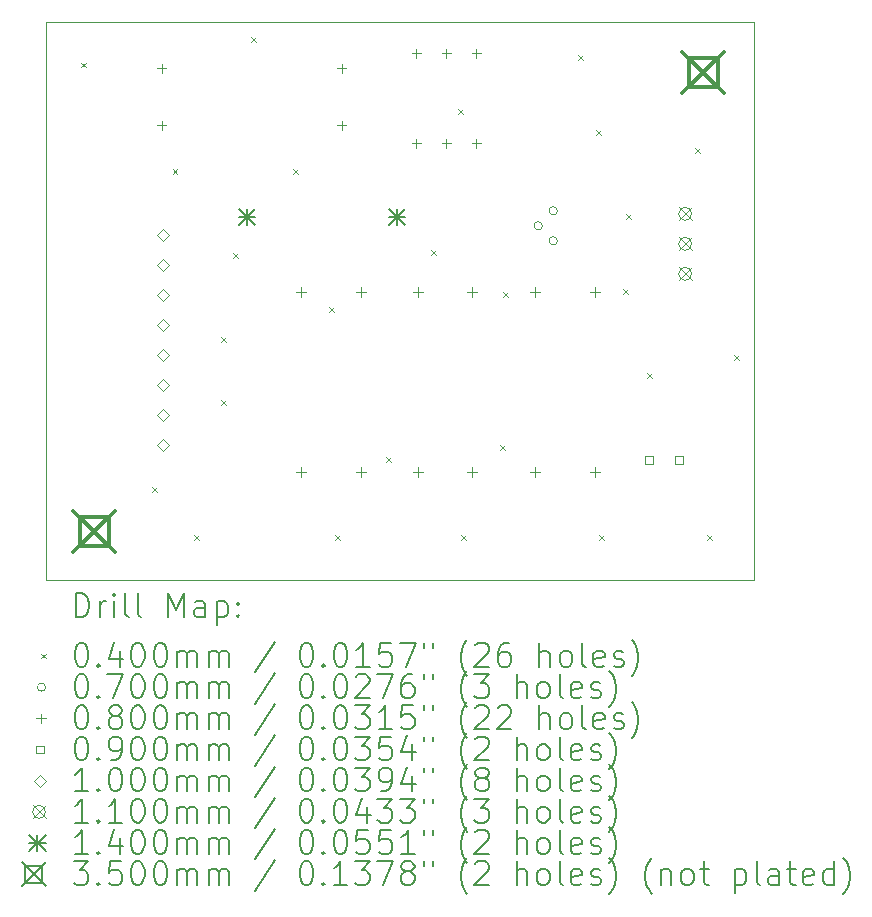
<source format=gbr>
%TF.GenerationSoftware,KiCad,Pcbnew,(6.0.8)*%
%TF.CreationDate,2022-11-03T15:19:08-07:00*%
%TF.ProjectId,TipBlaster_V2,54697042-6c61-4737-9465-725f56322e6b,rev?*%
%TF.SameCoordinates,Original*%
%TF.FileFunction,Drillmap*%
%TF.FilePolarity,Positive*%
%FSLAX45Y45*%
G04 Gerber Fmt 4.5, Leading zero omitted, Abs format (unit mm)*
G04 Created by KiCad (PCBNEW (6.0.8)) date 2022-11-03 15:19:08*
%MOMM*%
%LPD*%
G01*
G04 APERTURE LIST*
%ADD10C,0.100000*%
%ADD11C,0.200000*%
%ADD12C,0.040000*%
%ADD13C,0.070000*%
%ADD14C,0.080000*%
%ADD15C,0.090000*%
%ADD16C,0.110000*%
%ADD17C,0.140000*%
%ADD18C,0.350000*%
G04 APERTURE END LIST*
D10*
X8737600Y-5715000D02*
X14732000Y-5715000D01*
X14732000Y-5715000D02*
X14732000Y-10439400D01*
X14732000Y-10439400D02*
X8737600Y-10439400D01*
X8737600Y-10439400D02*
X8737600Y-5715000D01*
D11*
D12*
X9032937Y-6061218D02*
X9072937Y-6101218D01*
X9072937Y-6061218D02*
X9032937Y-6101218D01*
X9632000Y-9657400D02*
X9672000Y-9697400D01*
X9672000Y-9657400D02*
X9632000Y-9697400D01*
X9808867Y-6963347D02*
X9848867Y-7003347D01*
X9848867Y-6963347D02*
X9808867Y-7003347D01*
X9989258Y-10062573D02*
X10029258Y-10102573D01*
X10029258Y-10062573D02*
X9989258Y-10102573D01*
X10216200Y-8387400D02*
X10256200Y-8427400D01*
X10256200Y-8387400D02*
X10216200Y-8427400D01*
X10216200Y-8920800D02*
X10256200Y-8960800D01*
X10256200Y-8920800D02*
X10216200Y-8960800D01*
X10317800Y-7676200D02*
X10357800Y-7716200D01*
X10357800Y-7676200D02*
X10317800Y-7716200D01*
X10470200Y-5847400D02*
X10510200Y-5887400D01*
X10510200Y-5847400D02*
X10470200Y-5887400D01*
X10825800Y-6965000D02*
X10865800Y-7005000D01*
X10865800Y-6965000D02*
X10825800Y-7005000D01*
X11130600Y-8133400D02*
X11170600Y-8173400D01*
X11170600Y-8133400D02*
X11130600Y-8173400D01*
X11181400Y-10063800D02*
X11221400Y-10103800D01*
X11221400Y-10063800D02*
X11181400Y-10103800D01*
X11613200Y-9403400D02*
X11653200Y-9443400D01*
X11653200Y-9403400D02*
X11613200Y-9443400D01*
X11994200Y-7650800D02*
X12034200Y-7690800D01*
X12034200Y-7650800D02*
X11994200Y-7690800D01*
X12222800Y-6457000D02*
X12262800Y-6497000D01*
X12262800Y-6457000D02*
X12222800Y-6497000D01*
X12248200Y-10063800D02*
X12288200Y-10103800D01*
X12288200Y-10063800D02*
X12248200Y-10103800D01*
X12578400Y-9301800D02*
X12618400Y-9341800D01*
X12618400Y-9301800D02*
X12578400Y-9341800D01*
X12603800Y-8006400D02*
X12643800Y-8046400D01*
X12643800Y-8006400D02*
X12603800Y-8046400D01*
X13238800Y-5999800D02*
X13278800Y-6039800D01*
X13278800Y-5999800D02*
X13238800Y-6039800D01*
X13391200Y-6634800D02*
X13431200Y-6674800D01*
X13431200Y-6634800D02*
X13391200Y-6674800D01*
X13416600Y-10063800D02*
X13456600Y-10103800D01*
X13456600Y-10063800D02*
X13416600Y-10103800D01*
X13619800Y-7981000D02*
X13659800Y-8021000D01*
X13659800Y-7981000D02*
X13619800Y-8021000D01*
X13645200Y-7346000D02*
X13685200Y-7386000D01*
X13685200Y-7346000D02*
X13645200Y-7386000D01*
X13823000Y-8692200D02*
X13863000Y-8732200D01*
X13863000Y-8692200D02*
X13823000Y-8732200D01*
X14229400Y-6787200D02*
X14269400Y-6827200D01*
X14269400Y-6787200D02*
X14229400Y-6827200D01*
X14331000Y-10063800D02*
X14371000Y-10103800D01*
X14371000Y-10063800D02*
X14331000Y-10103800D01*
X14559600Y-8539800D02*
X14599600Y-8579800D01*
X14599600Y-8539800D02*
X14559600Y-8579800D01*
D13*
X12938200Y-7442200D02*
G75*
G03*
X12938200Y-7442200I-35000J0D01*
G01*
X13065200Y-7315200D02*
G75*
G03*
X13065200Y-7315200I-35000J0D01*
G01*
X13065200Y-7569200D02*
G75*
G03*
X13065200Y-7569200I-35000J0D01*
G01*
D14*
X9715500Y-6068700D02*
X9715500Y-6148700D01*
X9675500Y-6108700D02*
X9755500Y-6108700D01*
X9715500Y-6551300D02*
X9715500Y-6631300D01*
X9675500Y-6591300D02*
X9755500Y-6591300D01*
X10896600Y-7961000D02*
X10896600Y-8041000D01*
X10856600Y-8001000D02*
X10936600Y-8001000D01*
X10896600Y-9485000D02*
X10896600Y-9565000D01*
X10856600Y-9525000D02*
X10936600Y-9525000D01*
X11239500Y-6068700D02*
X11239500Y-6148700D01*
X11199500Y-6108700D02*
X11279500Y-6108700D01*
X11239500Y-6551300D02*
X11239500Y-6631300D01*
X11199500Y-6591300D02*
X11279500Y-6591300D01*
X11404600Y-7961000D02*
X11404600Y-8041000D01*
X11364600Y-8001000D02*
X11444600Y-8001000D01*
X11404600Y-9485000D02*
X11404600Y-9565000D01*
X11364600Y-9525000D02*
X11444600Y-9525000D01*
X11873000Y-5942700D02*
X11873000Y-6022700D01*
X11833000Y-5982700D02*
X11913000Y-5982700D01*
X11873000Y-6704700D02*
X11873000Y-6784700D01*
X11833000Y-6744700D02*
X11913000Y-6744700D01*
X11887200Y-7961000D02*
X11887200Y-8041000D01*
X11847200Y-8001000D02*
X11927200Y-8001000D01*
X11887200Y-9485000D02*
X11887200Y-9565000D01*
X11847200Y-9525000D02*
X11927200Y-9525000D01*
X12127000Y-5942700D02*
X12127000Y-6022700D01*
X12087000Y-5982700D02*
X12167000Y-5982700D01*
X12127000Y-6704700D02*
X12127000Y-6784700D01*
X12087000Y-6744700D02*
X12167000Y-6744700D01*
X12344400Y-7961000D02*
X12344400Y-8041000D01*
X12304400Y-8001000D02*
X12384400Y-8001000D01*
X12344400Y-9485000D02*
X12344400Y-9565000D01*
X12304400Y-9525000D02*
X12384400Y-9525000D01*
X12381000Y-5942700D02*
X12381000Y-6022700D01*
X12341000Y-5982700D02*
X12421000Y-5982700D01*
X12381000Y-6704700D02*
X12381000Y-6784700D01*
X12341000Y-6744700D02*
X12421000Y-6744700D01*
X12877800Y-7961000D02*
X12877800Y-8041000D01*
X12837800Y-8001000D02*
X12917800Y-8001000D01*
X12877800Y-9485000D02*
X12877800Y-9565000D01*
X12837800Y-9525000D02*
X12917800Y-9525000D01*
X13385800Y-7961000D02*
X13385800Y-8041000D01*
X13345800Y-8001000D02*
X13425800Y-8001000D01*
X13385800Y-9485000D02*
X13385800Y-9565000D01*
X13345800Y-9525000D02*
X13425800Y-9525000D01*
D15*
X13874320Y-9455220D02*
X13874320Y-9391580D01*
X13810680Y-9391580D01*
X13810680Y-9455220D01*
X13874320Y-9455220D01*
X14128320Y-9455220D02*
X14128320Y-9391580D01*
X14064680Y-9391580D01*
X14064680Y-9455220D01*
X14128320Y-9455220D01*
D10*
X9728200Y-7568400D02*
X9778200Y-7518400D01*
X9728200Y-7468400D01*
X9678200Y-7518400D01*
X9728200Y-7568400D01*
X9728200Y-7822400D02*
X9778200Y-7772400D01*
X9728200Y-7722400D01*
X9678200Y-7772400D01*
X9728200Y-7822400D01*
X9728200Y-8076400D02*
X9778200Y-8026400D01*
X9728200Y-7976400D01*
X9678200Y-8026400D01*
X9728200Y-8076400D01*
X9728200Y-8330400D02*
X9778200Y-8280400D01*
X9728200Y-8230400D01*
X9678200Y-8280400D01*
X9728200Y-8330400D01*
X9728200Y-8584400D02*
X9778200Y-8534400D01*
X9728200Y-8484400D01*
X9678200Y-8534400D01*
X9728200Y-8584400D01*
X9728200Y-8838400D02*
X9778200Y-8788400D01*
X9728200Y-8738400D01*
X9678200Y-8788400D01*
X9728200Y-8838400D01*
X9728200Y-9092400D02*
X9778200Y-9042400D01*
X9728200Y-8992400D01*
X9678200Y-9042400D01*
X9728200Y-9092400D01*
X9728200Y-9346400D02*
X9778200Y-9296400D01*
X9728200Y-9246400D01*
X9678200Y-9296400D01*
X9728200Y-9346400D01*
D16*
X14092800Y-7285600D02*
X14202800Y-7395600D01*
X14202800Y-7285600D02*
X14092800Y-7395600D01*
X14202800Y-7340600D02*
G75*
G03*
X14202800Y-7340600I-55000J0D01*
G01*
X14092800Y-7539600D02*
X14202800Y-7649600D01*
X14202800Y-7539600D02*
X14092800Y-7649600D01*
X14202800Y-7594600D02*
G75*
G03*
X14202800Y-7594600I-55000J0D01*
G01*
X14092800Y-7793600D02*
X14202800Y-7903600D01*
X14202800Y-7793600D02*
X14092800Y-7903600D01*
X14202800Y-7848600D02*
G75*
G03*
X14202800Y-7848600I-55000J0D01*
G01*
D17*
X10369400Y-7296000D02*
X10509400Y-7436000D01*
X10509400Y-7296000D02*
X10369400Y-7436000D01*
X10439400Y-7296000D02*
X10439400Y-7436000D01*
X10369400Y-7366000D02*
X10509400Y-7366000D01*
X11639400Y-7296000D02*
X11779400Y-7436000D01*
X11779400Y-7296000D02*
X11639400Y-7436000D01*
X11709400Y-7296000D02*
X11709400Y-7436000D01*
X11639400Y-7366000D02*
X11779400Y-7366000D01*
D18*
X8969000Y-9858000D02*
X9319000Y-10208000D01*
X9319000Y-9858000D02*
X8969000Y-10208000D01*
X9267745Y-10156745D02*
X9267745Y-9909255D01*
X9020255Y-9909255D01*
X9020255Y-10156745D01*
X9267745Y-10156745D01*
X14125200Y-5971800D02*
X14475200Y-6321800D01*
X14475200Y-5971800D02*
X14125200Y-6321800D01*
X14423945Y-6270545D02*
X14423945Y-6023055D01*
X14176455Y-6023055D01*
X14176455Y-6270545D01*
X14423945Y-6270545D01*
D11*
X8990219Y-10754876D02*
X8990219Y-10554876D01*
X9037838Y-10554876D01*
X9066410Y-10564400D01*
X9085457Y-10583448D01*
X9094981Y-10602495D01*
X9104505Y-10640590D01*
X9104505Y-10669162D01*
X9094981Y-10707257D01*
X9085457Y-10726305D01*
X9066410Y-10745352D01*
X9037838Y-10754876D01*
X8990219Y-10754876D01*
X9190219Y-10754876D02*
X9190219Y-10621543D01*
X9190219Y-10659638D02*
X9199743Y-10640590D01*
X9209267Y-10631067D01*
X9228314Y-10621543D01*
X9247362Y-10621543D01*
X9314029Y-10754876D02*
X9314029Y-10621543D01*
X9314029Y-10554876D02*
X9304505Y-10564400D01*
X9314029Y-10573924D01*
X9323552Y-10564400D01*
X9314029Y-10554876D01*
X9314029Y-10573924D01*
X9437838Y-10754876D02*
X9418790Y-10745352D01*
X9409267Y-10726305D01*
X9409267Y-10554876D01*
X9542600Y-10754876D02*
X9523552Y-10745352D01*
X9514029Y-10726305D01*
X9514029Y-10554876D01*
X9771171Y-10754876D02*
X9771171Y-10554876D01*
X9837838Y-10697733D01*
X9904505Y-10554876D01*
X9904505Y-10754876D01*
X10085457Y-10754876D02*
X10085457Y-10650114D01*
X10075933Y-10631067D01*
X10056886Y-10621543D01*
X10018790Y-10621543D01*
X9999743Y-10631067D01*
X10085457Y-10745352D02*
X10066410Y-10754876D01*
X10018790Y-10754876D01*
X9999743Y-10745352D01*
X9990219Y-10726305D01*
X9990219Y-10707257D01*
X9999743Y-10688210D01*
X10018790Y-10678686D01*
X10066410Y-10678686D01*
X10085457Y-10669162D01*
X10180695Y-10621543D02*
X10180695Y-10821543D01*
X10180695Y-10631067D02*
X10199743Y-10621543D01*
X10237838Y-10621543D01*
X10256886Y-10631067D01*
X10266410Y-10640590D01*
X10275933Y-10659638D01*
X10275933Y-10716781D01*
X10266410Y-10735829D01*
X10256886Y-10745352D01*
X10237838Y-10754876D01*
X10199743Y-10754876D01*
X10180695Y-10745352D01*
X10361648Y-10735829D02*
X10371171Y-10745352D01*
X10361648Y-10754876D01*
X10352124Y-10745352D01*
X10361648Y-10735829D01*
X10361648Y-10754876D01*
X10361648Y-10631067D02*
X10371171Y-10640590D01*
X10361648Y-10650114D01*
X10352124Y-10640590D01*
X10361648Y-10631067D01*
X10361648Y-10650114D01*
D12*
X8692600Y-11064400D02*
X8732600Y-11104400D01*
X8732600Y-11064400D02*
X8692600Y-11104400D01*
D11*
X9028314Y-10974876D02*
X9047362Y-10974876D01*
X9066410Y-10984400D01*
X9075933Y-10993924D01*
X9085457Y-11012971D01*
X9094981Y-11051067D01*
X9094981Y-11098686D01*
X9085457Y-11136781D01*
X9075933Y-11155829D01*
X9066410Y-11165352D01*
X9047362Y-11174876D01*
X9028314Y-11174876D01*
X9009267Y-11165352D01*
X8999743Y-11155829D01*
X8990219Y-11136781D01*
X8980695Y-11098686D01*
X8980695Y-11051067D01*
X8990219Y-11012971D01*
X8999743Y-10993924D01*
X9009267Y-10984400D01*
X9028314Y-10974876D01*
X9180695Y-11155829D02*
X9190219Y-11165352D01*
X9180695Y-11174876D01*
X9171171Y-11165352D01*
X9180695Y-11155829D01*
X9180695Y-11174876D01*
X9361648Y-11041543D02*
X9361648Y-11174876D01*
X9314029Y-10965352D02*
X9266410Y-11108210D01*
X9390219Y-11108210D01*
X9504505Y-10974876D02*
X9523552Y-10974876D01*
X9542600Y-10984400D01*
X9552124Y-10993924D01*
X9561648Y-11012971D01*
X9571171Y-11051067D01*
X9571171Y-11098686D01*
X9561648Y-11136781D01*
X9552124Y-11155829D01*
X9542600Y-11165352D01*
X9523552Y-11174876D01*
X9504505Y-11174876D01*
X9485457Y-11165352D01*
X9475933Y-11155829D01*
X9466410Y-11136781D01*
X9456886Y-11098686D01*
X9456886Y-11051067D01*
X9466410Y-11012971D01*
X9475933Y-10993924D01*
X9485457Y-10984400D01*
X9504505Y-10974876D01*
X9694981Y-10974876D02*
X9714029Y-10974876D01*
X9733076Y-10984400D01*
X9742600Y-10993924D01*
X9752124Y-11012971D01*
X9761648Y-11051067D01*
X9761648Y-11098686D01*
X9752124Y-11136781D01*
X9742600Y-11155829D01*
X9733076Y-11165352D01*
X9714029Y-11174876D01*
X9694981Y-11174876D01*
X9675933Y-11165352D01*
X9666410Y-11155829D01*
X9656886Y-11136781D01*
X9647362Y-11098686D01*
X9647362Y-11051067D01*
X9656886Y-11012971D01*
X9666410Y-10993924D01*
X9675933Y-10984400D01*
X9694981Y-10974876D01*
X9847362Y-11174876D02*
X9847362Y-11041543D01*
X9847362Y-11060590D02*
X9856886Y-11051067D01*
X9875933Y-11041543D01*
X9904505Y-11041543D01*
X9923552Y-11051067D01*
X9933076Y-11070114D01*
X9933076Y-11174876D01*
X9933076Y-11070114D02*
X9942600Y-11051067D01*
X9961648Y-11041543D01*
X9990219Y-11041543D01*
X10009267Y-11051067D01*
X10018790Y-11070114D01*
X10018790Y-11174876D01*
X10114029Y-11174876D02*
X10114029Y-11041543D01*
X10114029Y-11060590D02*
X10123552Y-11051067D01*
X10142600Y-11041543D01*
X10171171Y-11041543D01*
X10190219Y-11051067D01*
X10199743Y-11070114D01*
X10199743Y-11174876D01*
X10199743Y-11070114D02*
X10209267Y-11051067D01*
X10228314Y-11041543D01*
X10256886Y-11041543D01*
X10275933Y-11051067D01*
X10285457Y-11070114D01*
X10285457Y-11174876D01*
X10675933Y-10965352D02*
X10504505Y-11222495D01*
X10933076Y-10974876D02*
X10952124Y-10974876D01*
X10971171Y-10984400D01*
X10980695Y-10993924D01*
X10990219Y-11012971D01*
X10999743Y-11051067D01*
X10999743Y-11098686D01*
X10990219Y-11136781D01*
X10980695Y-11155829D01*
X10971171Y-11165352D01*
X10952124Y-11174876D01*
X10933076Y-11174876D01*
X10914029Y-11165352D01*
X10904505Y-11155829D01*
X10894981Y-11136781D01*
X10885457Y-11098686D01*
X10885457Y-11051067D01*
X10894981Y-11012971D01*
X10904505Y-10993924D01*
X10914029Y-10984400D01*
X10933076Y-10974876D01*
X11085457Y-11155829D02*
X11094981Y-11165352D01*
X11085457Y-11174876D01*
X11075933Y-11165352D01*
X11085457Y-11155829D01*
X11085457Y-11174876D01*
X11218790Y-10974876D02*
X11237838Y-10974876D01*
X11256886Y-10984400D01*
X11266409Y-10993924D01*
X11275933Y-11012971D01*
X11285457Y-11051067D01*
X11285457Y-11098686D01*
X11275933Y-11136781D01*
X11266409Y-11155829D01*
X11256886Y-11165352D01*
X11237838Y-11174876D01*
X11218790Y-11174876D01*
X11199743Y-11165352D01*
X11190219Y-11155829D01*
X11180695Y-11136781D01*
X11171171Y-11098686D01*
X11171171Y-11051067D01*
X11180695Y-11012971D01*
X11190219Y-10993924D01*
X11199743Y-10984400D01*
X11218790Y-10974876D01*
X11475933Y-11174876D02*
X11361648Y-11174876D01*
X11418790Y-11174876D02*
X11418790Y-10974876D01*
X11399743Y-11003448D01*
X11380695Y-11022495D01*
X11361648Y-11032019D01*
X11656886Y-10974876D02*
X11561648Y-10974876D01*
X11552124Y-11070114D01*
X11561648Y-11060590D01*
X11580695Y-11051067D01*
X11628314Y-11051067D01*
X11647362Y-11060590D01*
X11656886Y-11070114D01*
X11666409Y-11089162D01*
X11666409Y-11136781D01*
X11656886Y-11155829D01*
X11647362Y-11165352D01*
X11628314Y-11174876D01*
X11580695Y-11174876D01*
X11561648Y-11165352D01*
X11552124Y-11155829D01*
X11733076Y-10974876D02*
X11866409Y-10974876D01*
X11780695Y-11174876D01*
X11933076Y-10974876D02*
X11933076Y-11012971D01*
X12009267Y-10974876D02*
X12009267Y-11012971D01*
X12304505Y-11251067D02*
X12294981Y-11241543D01*
X12275933Y-11212971D01*
X12266409Y-11193924D01*
X12256886Y-11165352D01*
X12247362Y-11117733D01*
X12247362Y-11079638D01*
X12256886Y-11032019D01*
X12266409Y-11003448D01*
X12275933Y-10984400D01*
X12294981Y-10955829D01*
X12304505Y-10946305D01*
X12371171Y-10993924D02*
X12380695Y-10984400D01*
X12399743Y-10974876D01*
X12447362Y-10974876D01*
X12466409Y-10984400D01*
X12475933Y-10993924D01*
X12485457Y-11012971D01*
X12485457Y-11032019D01*
X12475933Y-11060590D01*
X12361648Y-11174876D01*
X12485457Y-11174876D01*
X12656886Y-10974876D02*
X12618790Y-10974876D01*
X12599743Y-10984400D01*
X12590219Y-10993924D01*
X12571171Y-11022495D01*
X12561648Y-11060590D01*
X12561648Y-11136781D01*
X12571171Y-11155829D01*
X12580695Y-11165352D01*
X12599743Y-11174876D01*
X12637838Y-11174876D01*
X12656886Y-11165352D01*
X12666409Y-11155829D01*
X12675933Y-11136781D01*
X12675933Y-11089162D01*
X12666409Y-11070114D01*
X12656886Y-11060590D01*
X12637838Y-11051067D01*
X12599743Y-11051067D01*
X12580695Y-11060590D01*
X12571171Y-11070114D01*
X12561648Y-11089162D01*
X12914028Y-11174876D02*
X12914028Y-10974876D01*
X12999743Y-11174876D02*
X12999743Y-11070114D01*
X12990219Y-11051067D01*
X12971171Y-11041543D01*
X12942600Y-11041543D01*
X12923552Y-11051067D01*
X12914028Y-11060590D01*
X13123552Y-11174876D02*
X13104505Y-11165352D01*
X13094981Y-11155829D01*
X13085457Y-11136781D01*
X13085457Y-11079638D01*
X13094981Y-11060590D01*
X13104505Y-11051067D01*
X13123552Y-11041543D01*
X13152124Y-11041543D01*
X13171171Y-11051067D01*
X13180695Y-11060590D01*
X13190219Y-11079638D01*
X13190219Y-11136781D01*
X13180695Y-11155829D01*
X13171171Y-11165352D01*
X13152124Y-11174876D01*
X13123552Y-11174876D01*
X13304505Y-11174876D02*
X13285457Y-11165352D01*
X13275933Y-11146305D01*
X13275933Y-10974876D01*
X13456886Y-11165352D02*
X13437838Y-11174876D01*
X13399743Y-11174876D01*
X13380695Y-11165352D01*
X13371171Y-11146305D01*
X13371171Y-11070114D01*
X13380695Y-11051067D01*
X13399743Y-11041543D01*
X13437838Y-11041543D01*
X13456886Y-11051067D01*
X13466409Y-11070114D01*
X13466409Y-11089162D01*
X13371171Y-11108210D01*
X13542600Y-11165352D02*
X13561648Y-11174876D01*
X13599743Y-11174876D01*
X13618790Y-11165352D01*
X13628314Y-11146305D01*
X13628314Y-11136781D01*
X13618790Y-11117733D01*
X13599743Y-11108210D01*
X13571171Y-11108210D01*
X13552124Y-11098686D01*
X13542600Y-11079638D01*
X13542600Y-11070114D01*
X13552124Y-11051067D01*
X13571171Y-11041543D01*
X13599743Y-11041543D01*
X13618790Y-11051067D01*
X13694981Y-11251067D02*
X13704505Y-11241543D01*
X13723552Y-11212971D01*
X13733076Y-11193924D01*
X13742600Y-11165352D01*
X13752124Y-11117733D01*
X13752124Y-11079638D01*
X13742600Y-11032019D01*
X13733076Y-11003448D01*
X13723552Y-10984400D01*
X13704505Y-10955829D01*
X13694981Y-10946305D01*
D13*
X8732600Y-11348400D02*
G75*
G03*
X8732600Y-11348400I-35000J0D01*
G01*
D11*
X9028314Y-11238876D02*
X9047362Y-11238876D01*
X9066410Y-11248400D01*
X9075933Y-11257924D01*
X9085457Y-11276971D01*
X9094981Y-11315067D01*
X9094981Y-11362686D01*
X9085457Y-11400781D01*
X9075933Y-11419828D01*
X9066410Y-11429352D01*
X9047362Y-11438876D01*
X9028314Y-11438876D01*
X9009267Y-11429352D01*
X8999743Y-11419828D01*
X8990219Y-11400781D01*
X8980695Y-11362686D01*
X8980695Y-11315067D01*
X8990219Y-11276971D01*
X8999743Y-11257924D01*
X9009267Y-11248400D01*
X9028314Y-11238876D01*
X9180695Y-11419828D02*
X9190219Y-11429352D01*
X9180695Y-11438876D01*
X9171171Y-11429352D01*
X9180695Y-11419828D01*
X9180695Y-11438876D01*
X9256886Y-11238876D02*
X9390219Y-11238876D01*
X9304505Y-11438876D01*
X9504505Y-11238876D02*
X9523552Y-11238876D01*
X9542600Y-11248400D01*
X9552124Y-11257924D01*
X9561648Y-11276971D01*
X9571171Y-11315067D01*
X9571171Y-11362686D01*
X9561648Y-11400781D01*
X9552124Y-11419828D01*
X9542600Y-11429352D01*
X9523552Y-11438876D01*
X9504505Y-11438876D01*
X9485457Y-11429352D01*
X9475933Y-11419828D01*
X9466410Y-11400781D01*
X9456886Y-11362686D01*
X9456886Y-11315067D01*
X9466410Y-11276971D01*
X9475933Y-11257924D01*
X9485457Y-11248400D01*
X9504505Y-11238876D01*
X9694981Y-11238876D02*
X9714029Y-11238876D01*
X9733076Y-11248400D01*
X9742600Y-11257924D01*
X9752124Y-11276971D01*
X9761648Y-11315067D01*
X9761648Y-11362686D01*
X9752124Y-11400781D01*
X9742600Y-11419828D01*
X9733076Y-11429352D01*
X9714029Y-11438876D01*
X9694981Y-11438876D01*
X9675933Y-11429352D01*
X9666410Y-11419828D01*
X9656886Y-11400781D01*
X9647362Y-11362686D01*
X9647362Y-11315067D01*
X9656886Y-11276971D01*
X9666410Y-11257924D01*
X9675933Y-11248400D01*
X9694981Y-11238876D01*
X9847362Y-11438876D02*
X9847362Y-11305543D01*
X9847362Y-11324590D02*
X9856886Y-11315067D01*
X9875933Y-11305543D01*
X9904505Y-11305543D01*
X9923552Y-11315067D01*
X9933076Y-11334114D01*
X9933076Y-11438876D01*
X9933076Y-11334114D02*
X9942600Y-11315067D01*
X9961648Y-11305543D01*
X9990219Y-11305543D01*
X10009267Y-11315067D01*
X10018790Y-11334114D01*
X10018790Y-11438876D01*
X10114029Y-11438876D02*
X10114029Y-11305543D01*
X10114029Y-11324590D02*
X10123552Y-11315067D01*
X10142600Y-11305543D01*
X10171171Y-11305543D01*
X10190219Y-11315067D01*
X10199743Y-11334114D01*
X10199743Y-11438876D01*
X10199743Y-11334114D02*
X10209267Y-11315067D01*
X10228314Y-11305543D01*
X10256886Y-11305543D01*
X10275933Y-11315067D01*
X10285457Y-11334114D01*
X10285457Y-11438876D01*
X10675933Y-11229352D02*
X10504505Y-11486495D01*
X10933076Y-11238876D02*
X10952124Y-11238876D01*
X10971171Y-11248400D01*
X10980695Y-11257924D01*
X10990219Y-11276971D01*
X10999743Y-11315067D01*
X10999743Y-11362686D01*
X10990219Y-11400781D01*
X10980695Y-11419828D01*
X10971171Y-11429352D01*
X10952124Y-11438876D01*
X10933076Y-11438876D01*
X10914029Y-11429352D01*
X10904505Y-11419828D01*
X10894981Y-11400781D01*
X10885457Y-11362686D01*
X10885457Y-11315067D01*
X10894981Y-11276971D01*
X10904505Y-11257924D01*
X10914029Y-11248400D01*
X10933076Y-11238876D01*
X11085457Y-11419828D02*
X11094981Y-11429352D01*
X11085457Y-11438876D01*
X11075933Y-11429352D01*
X11085457Y-11419828D01*
X11085457Y-11438876D01*
X11218790Y-11238876D02*
X11237838Y-11238876D01*
X11256886Y-11248400D01*
X11266409Y-11257924D01*
X11275933Y-11276971D01*
X11285457Y-11315067D01*
X11285457Y-11362686D01*
X11275933Y-11400781D01*
X11266409Y-11419828D01*
X11256886Y-11429352D01*
X11237838Y-11438876D01*
X11218790Y-11438876D01*
X11199743Y-11429352D01*
X11190219Y-11419828D01*
X11180695Y-11400781D01*
X11171171Y-11362686D01*
X11171171Y-11315067D01*
X11180695Y-11276971D01*
X11190219Y-11257924D01*
X11199743Y-11248400D01*
X11218790Y-11238876D01*
X11361648Y-11257924D02*
X11371171Y-11248400D01*
X11390219Y-11238876D01*
X11437838Y-11238876D01*
X11456886Y-11248400D01*
X11466409Y-11257924D01*
X11475933Y-11276971D01*
X11475933Y-11296019D01*
X11466409Y-11324590D01*
X11352124Y-11438876D01*
X11475933Y-11438876D01*
X11542600Y-11238876D02*
X11675933Y-11238876D01*
X11590219Y-11438876D01*
X11837838Y-11238876D02*
X11799743Y-11238876D01*
X11780695Y-11248400D01*
X11771171Y-11257924D01*
X11752124Y-11286495D01*
X11742600Y-11324590D01*
X11742600Y-11400781D01*
X11752124Y-11419828D01*
X11761648Y-11429352D01*
X11780695Y-11438876D01*
X11818790Y-11438876D01*
X11837838Y-11429352D01*
X11847362Y-11419828D01*
X11856886Y-11400781D01*
X11856886Y-11353162D01*
X11847362Y-11334114D01*
X11837838Y-11324590D01*
X11818790Y-11315067D01*
X11780695Y-11315067D01*
X11761648Y-11324590D01*
X11752124Y-11334114D01*
X11742600Y-11353162D01*
X11933076Y-11238876D02*
X11933076Y-11276971D01*
X12009267Y-11238876D02*
X12009267Y-11276971D01*
X12304505Y-11515067D02*
X12294981Y-11505543D01*
X12275933Y-11476971D01*
X12266409Y-11457924D01*
X12256886Y-11429352D01*
X12247362Y-11381733D01*
X12247362Y-11343638D01*
X12256886Y-11296019D01*
X12266409Y-11267448D01*
X12275933Y-11248400D01*
X12294981Y-11219828D01*
X12304505Y-11210305D01*
X12361648Y-11238876D02*
X12485457Y-11238876D01*
X12418790Y-11315067D01*
X12447362Y-11315067D01*
X12466409Y-11324590D01*
X12475933Y-11334114D01*
X12485457Y-11353162D01*
X12485457Y-11400781D01*
X12475933Y-11419828D01*
X12466409Y-11429352D01*
X12447362Y-11438876D01*
X12390219Y-11438876D01*
X12371171Y-11429352D01*
X12361648Y-11419828D01*
X12723552Y-11438876D02*
X12723552Y-11238876D01*
X12809267Y-11438876D02*
X12809267Y-11334114D01*
X12799743Y-11315067D01*
X12780695Y-11305543D01*
X12752124Y-11305543D01*
X12733076Y-11315067D01*
X12723552Y-11324590D01*
X12933076Y-11438876D02*
X12914028Y-11429352D01*
X12904505Y-11419828D01*
X12894981Y-11400781D01*
X12894981Y-11343638D01*
X12904505Y-11324590D01*
X12914028Y-11315067D01*
X12933076Y-11305543D01*
X12961648Y-11305543D01*
X12980695Y-11315067D01*
X12990219Y-11324590D01*
X12999743Y-11343638D01*
X12999743Y-11400781D01*
X12990219Y-11419828D01*
X12980695Y-11429352D01*
X12961648Y-11438876D01*
X12933076Y-11438876D01*
X13114028Y-11438876D02*
X13094981Y-11429352D01*
X13085457Y-11410305D01*
X13085457Y-11238876D01*
X13266409Y-11429352D02*
X13247362Y-11438876D01*
X13209267Y-11438876D01*
X13190219Y-11429352D01*
X13180695Y-11410305D01*
X13180695Y-11334114D01*
X13190219Y-11315067D01*
X13209267Y-11305543D01*
X13247362Y-11305543D01*
X13266409Y-11315067D01*
X13275933Y-11334114D01*
X13275933Y-11353162D01*
X13180695Y-11372209D01*
X13352124Y-11429352D02*
X13371171Y-11438876D01*
X13409267Y-11438876D01*
X13428314Y-11429352D01*
X13437838Y-11410305D01*
X13437838Y-11400781D01*
X13428314Y-11381733D01*
X13409267Y-11372209D01*
X13380695Y-11372209D01*
X13361648Y-11362686D01*
X13352124Y-11343638D01*
X13352124Y-11334114D01*
X13361648Y-11315067D01*
X13380695Y-11305543D01*
X13409267Y-11305543D01*
X13428314Y-11315067D01*
X13504505Y-11515067D02*
X13514028Y-11505543D01*
X13533076Y-11476971D01*
X13542600Y-11457924D01*
X13552124Y-11429352D01*
X13561648Y-11381733D01*
X13561648Y-11343638D01*
X13552124Y-11296019D01*
X13542600Y-11267448D01*
X13533076Y-11248400D01*
X13514028Y-11219828D01*
X13504505Y-11210305D01*
D14*
X8692600Y-11572400D02*
X8692600Y-11652400D01*
X8652600Y-11612400D02*
X8732600Y-11612400D01*
D11*
X9028314Y-11502876D02*
X9047362Y-11502876D01*
X9066410Y-11512400D01*
X9075933Y-11521924D01*
X9085457Y-11540971D01*
X9094981Y-11579067D01*
X9094981Y-11626686D01*
X9085457Y-11664781D01*
X9075933Y-11683828D01*
X9066410Y-11693352D01*
X9047362Y-11702876D01*
X9028314Y-11702876D01*
X9009267Y-11693352D01*
X8999743Y-11683828D01*
X8990219Y-11664781D01*
X8980695Y-11626686D01*
X8980695Y-11579067D01*
X8990219Y-11540971D01*
X8999743Y-11521924D01*
X9009267Y-11512400D01*
X9028314Y-11502876D01*
X9180695Y-11683828D02*
X9190219Y-11693352D01*
X9180695Y-11702876D01*
X9171171Y-11693352D01*
X9180695Y-11683828D01*
X9180695Y-11702876D01*
X9304505Y-11588590D02*
X9285457Y-11579067D01*
X9275933Y-11569543D01*
X9266410Y-11550495D01*
X9266410Y-11540971D01*
X9275933Y-11521924D01*
X9285457Y-11512400D01*
X9304505Y-11502876D01*
X9342600Y-11502876D01*
X9361648Y-11512400D01*
X9371171Y-11521924D01*
X9380695Y-11540971D01*
X9380695Y-11550495D01*
X9371171Y-11569543D01*
X9361648Y-11579067D01*
X9342600Y-11588590D01*
X9304505Y-11588590D01*
X9285457Y-11598114D01*
X9275933Y-11607638D01*
X9266410Y-11626686D01*
X9266410Y-11664781D01*
X9275933Y-11683828D01*
X9285457Y-11693352D01*
X9304505Y-11702876D01*
X9342600Y-11702876D01*
X9361648Y-11693352D01*
X9371171Y-11683828D01*
X9380695Y-11664781D01*
X9380695Y-11626686D01*
X9371171Y-11607638D01*
X9361648Y-11598114D01*
X9342600Y-11588590D01*
X9504505Y-11502876D02*
X9523552Y-11502876D01*
X9542600Y-11512400D01*
X9552124Y-11521924D01*
X9561648Y-11540971D01*
X9571171Y-11579067D01*
X9571171Y-11626686D01*
X9561648Y-11664781D01*
X9552124Y-11683828D01*
X9542600Y-11693352D01*
X9523552Y-11702876D01*
X9504505Y-11702876D01*
X9485457Y-11693352D01*
X9475933Y-11683828D01*
X9466410Y-11664781D01*
X9456886Y-11626686D01*
X9456886Y-11579067D01*
X9466410Y-11540971D01*
X9475933Y-11521924D01*
X9485457Y-11512400D01*
X9504505Y-11502876D01*
X9694981Y-11502876D02*
X9714029Y-11502876D01*
X9733076Y-11512400D01*
X9742600Y-11521924D01*
X9752124Y-11540971D01*
X9761648Y-11579067D01*
X9761648Y-11626686D01*
X9752124Y-11664781D01*
X9742600Y-11683828D01*
X9733076Y-11693352D01*
X9714029Y-11702876D01*
X9694981Y-11702876D01*
X9675933Y-11693352D01*
X9666410Y-11683828D01*
X9656886Y-11664781D01*
X9647362Y-11626686D01*
X9647362Y-11579067D01*
X9656886Y-11540971D01*
X9666410Y-11521924D01*
X9675933Y-11512400D01*
X9694981Y-11502876D01*
X9847362Y-11702876D02*
X9847362Y-11569543D01*
X9847362Y-11588590D02*
X9856886Y-11579067D01*
X9875933Y-11569543D01*
X9904505Y-11569543D01*
X9923552Y-11579067D01*
X9933076Y-11598114D01*
X9933076Y-11702876D01*
X9933076Y-11598114D02*
X9942600Y-11579067D01*
X9961648Y-11569543D01*
X9990219Y-11569543D01*
X10009267Y-11579067D01*
X10018790Y-11598114D01*
X10018790Y-11702876D01*
X10114029Y-11702876D02*
X10114029Y-11569543D01*
X10114029Y-11588590D02*
X10123552Y-11579067D01*
X10142600Y-11569543D01*
X10171171Y-11569543D01*
X10190219Y-11579067D01*
X10199743Y-11598114D01*
X10199743Y-11702876D01*
X10199743Y-11598114D02*
X10209267Y-11579067D01*
X10228314Y-11569543D01*
X10256886Y-11569543D01*
X10275933Y-11579067D01*
X10285457Y-11598114D01*
X10285457Y-11702876D01*
X10675933Y-11493352D02*
X10504505Y-11750495D01*
X10933076Y-11502876D02*
X10952124Y-11502876D01*
X10971171Y-11512400D01*
X10980695Y-11521924D01*
X10990219Y-11540971D01*
X10999743Y-11579067D01*
X10999743Y-11626686D01*
X10990219Y-11664781D01*
X10980695Y-11683828D01*
X10971171Y-11693352D01*
X10952124Y-11702876D01*
X10933076Y-11702876D01*
X10914029Y-11693352D01*
X10904505Y-11683828D01*
X10894981Y-11664781D01*
X10885457Y-11626686D01*
X10885457Y-11579067D01*
X10894981Y-11540971D01*
X10904505Y-11521924D01*
X10914029Y-11512400D01*
X10933076Y-11502876D01*
X11085457Y-11683828D02*
X11094981Y-11693352D01*
X11085457Y-11702876D01*
X11075933Y-11693352D01*
X11085457Y-11683828D01*
X11085457Y-11702876D01*
X11218790Y-11502876D02*
X11237838Y-11502876D01*
X11256886Y-11512400D01*
X11266409Y-11521924D01*
X11275933Y-11540971D01*
X11285457Y-11579067D01*
X11285457Y-11626686D01*
X11275933Y-11664781D01*
X11266409Y-11683828D01*
X11256886Y-11693352D01*
X11237838Y-11702876D01*
X11218790Y-11702876D01*
X11199743Y-11693352D01*
X11190219Y-11683828D01*
X11180695Y-11664781D01*
X11171171Y-11626686D01*
X11171171Y-11579067D01*
X11180695Y-11540971D01*
X11190219Y-11521924D01*
X11199743Y-11512400D01*
X11218790Y-11502876D01*
X11352124Y-11502876D02*
X11475933Y-11502876D01*
X11409267Y-11579067D01*
X11437838Y-11579067D01*
X11456886Y-11588590D01*
X11466409Y-11598114D01*
X11475933Y-11617162D01*
X11475933Y-11664781D01*
X11466409Y-11683828D01*
X11456886Y-11693352D01*
X11437838Y-11702876D01*
X11380695Y-11702876D01*
X11361648Y-11693352D01*
X11352124Y-11683828D01*
X11666409Y-11702876D02*
X11552124Y-11702876D01*
X11609267Y-11702876D02*
X11609267Y-11502876D01*
X11590219Y-11531448D01*
X11571171Y-11550495D01*
X11552124Y-11560019D01*
X11847362Y-11502876D02*
X11752124Y-11502876D01*
X11742600Y-11598114D01*
X11752124Y-11588590D01*
X11771171Y-11579067D01*
X11818790Y-11579067D01*
X11837838Y-11588590D01*
X11847362Y-11598114D01*
X11856886Y-11617162D01*
X11856886Y-11664781D01*
X11847362Y-11683828D01*
X11837838Y-11693352D01*
X11818790Y-11702876D01*
X11771171Y-11702876D01*
X11752124Y-11693352D01*
X11742600Y-11683828D01*
X11933076Y-11502876D02*
X11933076Y-11540971D01*
X12009267Y-11502876D02*
X12009267Y-11540971D01*
X12304505Y-11779067D02*
X12294981Y-11769543D01*
X12275933Y-11740971D01*
X12266409Y-11721924D01*
X12256886Y-11693352D01*
X12247362Y-11645733D01*
X12247362Y-11607638D01*
X12256886Y-11560019D01*
X12266409Y-11531448D01*
X12275933Y-11512400D01*
X12294981Y-11483828D01*
X12304505Y-11474305D01*
X12371171Y-11521924D02*
X12380695Y-11512400D01*
X12399743Y-11502876D01*
X12447362Y-11502876D01*
X12466409Y-11512400D01*
X12475933Y-11521924D01*
X12485457Y-11540971D01*
X12485457Y-11560019D01*
X12475933Y-11588590D01*
X12361648Y-11702876D01*
X12485457Y-11702876D01*
X12561648Y-11521924D02*
X12571171Y-11512400D01*
X12590219Y-11502876D01*
X12637838Y-11502876D01*
X12656886Y-11512400D01*
X12666409Y-11521924D01*
X12675933Y-11540971D01*
X12675933Y-11560019D01*
X12666409Y-11588590D01*
X12552124Y-11702876D01*
X12675933Y-11702876D01*
X12914028Y-11702876D02*
X12914028Y-11502876D01*
X12999743Y-11702876D02*
X12999743Y-11598114D01*
X12990219Y-11579067D01*
X12971171Y-11569543D01*
X12942600Y-11569543D01*
X12923552Y-11579067D01*
X12914028Y-11588590D01*
X13123552Y-11702876D02*
X13104505Y-11693352D01*
X13094981Y-11683828D01*
X13085457Y-11664781D01*
X13085457Y-11607638D01*
X13094981Y-11588590D01*
X13104505Y-11579067D01*
X13123552Y-11569543D01*
X13152124Y-11569543D01*
X13171171Y-11579067D01*
X13180695Y-11588590D01*
X13190219Y-11607638D01*
X13190219Y-11664781D01*
X13180695Y-11683828D01*
X13171171Y-11693352D01*
X13152124Y-11702876D01*
X13123552Y-11702876D01*
X13304505Y-11702876D02*
X13285457Y-11693352D01*
X13275933Y-11674305D01*
X13275933Y-11502876D01*
X13456886Y-11693352D02*
X13437838Y-11702876D01*
X13399743Y-11702876D01*
X13380695Y-11693352D01*
X13371171Y-11674305D01*
X13371171Y-11598114D01*
X13380695Y-11579067D01*
X13399743Y-11569543D01*
X13437838Y-11569543D01*
X13456886Y-11579067D01*
X13466409Y-11598114D01*
X13466409Y-11617162D01*
X13371171Y-11636209D01*
X13542600Y-11693352D02*
X13561648Y-11702876D01*
X13599743Y-11702876D01*
X13618790Y-11693352D01*
X13628314Y-11674305D01*
X13628314Y-11664781D01*
X13618790Y-11645733D01*
X13599743Y-11636209D01*
X13571171Y-11636209D01*
X13552124Y-11626686D01*
X13542600Y-11607638D01*
X13542600Y-11598114D01*
X13552124Y-11579067D01*
X13571171Y-11569543D01*
X13599743Y-11569543D01*
X13618790Y-11579067D01*
X13694981Y-11779067D02*
X13704505Y-11769543D01*
X13723552Y-11740971D01*
X13733076Y-11721924D01*
X13742600Y-11693352D01*
X13752124Y-11645733D01*
X13752124Y-11607638D01*
X13742600Y-11560019D01*
X13733076Y-11531448D01*
X13723552Y-11512400D01*
X13704505Y-11483828D01*
X13694981Y-11474305D01*
D15*
X8719420Y-11908220D02*
X8719420Y-11844580D01*
X8655780Y-11844580D01*
X8655780Y-11908220D01*
X8719420Y-11908220D01*
D11*
X9028314Y-11766876D02*
X9047362Y-11766876D01*
X9066410Y-11776400D01*
X9075933Y-11785924D01*
X9085457Y-11804971D01*
X9094981Y-11843067D01*
X9094981Y-11890686D01*
X9085457Y-11928781D01*
X9075933Y-11947828D01*
X9066410Y-11957352D01*
X9047362Y-11966876D01*
X9028314Y-11966876D01*
X9009267Y-11957352D01*
X8999743Y-11947828D01*
X8990219Y-11928781D01*
X8980695Y-11890686D01*
X8980695Y-11843067D01*
X8990219Y-11804971D01*
X8999743Y-11785924D01*
X9009267Y-11776400D01*
X9028314Y-11766876D01*
X9180695Y-11947828D02*
X9190219Y-11957352D01*
X9180695Y-11966876D01*
X9171171Y-11957352D01*
X9180695Y-11947828D01*
X9180695Y-11966876D01*
X9285457Y-11966876D02*
X9323552Y-11966876D01*
X9342600Y-11957352D01*
X9352124Y-11947828D01*
X9371171Y-11919257D01*
X9380695Y-11881162D01*
X9380695Y-11804971D01*
X9371171Y-11785924D01*
X9361648Y-11776400D01*
X9342600Y-11766876D01*
X9304505Y-11766876D01*
X9285457Y-11776400D01*
X9275933Y-11785924D01*
X9266410Y-11804971D01*
X9266410Y-11852590D01*
X9275933Y-11871638D01*
X9285457Y-11881162D01*
X9304505Y-11890686D01*
X9342600Y-11890686D01*
X9361648Y-11881162D01*
X9371171Y-11871638D01*
X9380695Y-11852590D01*
X9504505Y-11766876D02*
X9523552Y-11766876D01*
X9542600Y-11776400D01*
X9552124Y-11785924D01*
X9561648Y-11804971D01*
X9571171Y-11843067D01*
X9571171Y-11890686D01*
X9561648Y-11928781D01*
X9552124Y-11947828D01*
X9542600Y-11957352D01*
X9523552Y-11966876D01*
X9504505Y-11966876D01*
X9485457Y-11957352D01*
X9475933Y-11947828D01*
X9466410Y-11928781D01*
X9456886Y-11890686D01*
X9456886Y-11843067D01*
X9466410Y-11804971D01*
X9475933Y-11785924D01*
X9485457Y-11776400D01*
X9504505Y-11766876D01*
X9694981Y-11766876D02*
X9714029Y-11766876D01*
X9733076Y-11776400D01*
X9742600Y-11785924D01*
X9752124Y-11804971D01*
X9761648Y-11843067D01*
X9761648Y-11890686D01*
X9752124Y-11928781D01*
X9742600Y-11947828D01*
X9733076Y-11957352D01*
X9714029Y-11966876D01*
X9694981Y-11966876D01*
X9675933Y-11957352D01*
X9666410Y-11947828D01*
X9656886Y-11928781D01*
X9647362Y-11890686D01*
X9647362Y-11843067D01*
X9656886Y-11804971D01*
X9666410Y-11785924D01*
X9675933Y-11776400D01*
X9694981Y-11766876D01*
X9847362Y-11966876D02*
X9847362Y-11833543D01*
X9847362Y-11852590D02*
X9856886Y-11843067D01*
X9875933Y-11833543D01*
X9904505Y-11833543D01*
X9923552Y-11843067D01*
X9933076Y-11862114D01*
X9933076Y-11966876D01*
X9933076Y-11862114D02*
X9942600Y-11843067D01*
X9961648Y-11833543D01*
X9990219Y-11833543D01*
X10009267Y-11843067D01*
X10018790Y-11862114D01*
X10018790Y-11966876D01*
X10114029Y-11966876D02*
X10114029Y-11833543D01*
X10114029Y-11852590D02*
X10123552Y-11843067D01*
X10142600Y-11833543D01*
X10171171Y-11833543D01*
X10190219Y-11843067D01*
X10199743Y-11862114D01*
X10199743Y-11966876D01*
X10199743Y-11862114D02*
X10209267Y-11843067D01*
X10228314Y-11833543D01*
X10256886Y-11833543D01*
X10275933Y-11843067D01*
X10285457Y-11862114D01*
X10285457Y-11966876D01*
X10675933Y-11757352D02*
X10504505Y-12014495D01*
X10933076Y-11766876D02*
X10952124Y-11766876D01*
X10971171Y-11776400D01*
X10980695Y-11785924D01*
X10990219Y-11804971D01*
X10999743Y-11843067D01*
X10999743Y-11890686D01*
X10990219Y-11928781D01*
X10980695Y-11947828D01*
X10971171Y-11957352D01*
X10952124Y-11966876D01*
X10933076Y-11966876D01*
X10914029Y-11957352D01*
X10904505Y-11947828D01*
X10894981Y-11928781D01*
X10885457Y-11890686D01*
X10885457Y-11843067D01*
X10894981Y-11804971D01*
X10904505Y-11785924D01*
X10914029Y-11776400D01*
X10933076Y-11766876D01*
X11085457Y-11947828D02*
X11094981Y-11957352D01*
X11085457Y-11966876D01*
X11075933Y-11957352D01*
X11085457Y-11947828D01*
X11085457Y-11966876D01*
X11218790Y-11766876D02*
X11237838Y-11766876D01*
X11256886Y-11776400D01*
X11266409Y-11785924D01*
X11275933Y-11804971D01*
X11285457Y-11843067D01*
X11285457Y-11890686D01*
X11275933Y-11928781D01*
X11266409Y-11947828D01*
X11256886Y-11957352D01*
X11237838Y-11966876D01*
X11218790Y-11966876D01*
X11199743Y-11957352D01*
X11190219Y-11947828D01*
X11180695Y-11928781D01*
X11171171Y-11890686D01*
X11171171Y-11843067D01*
X11180695Y-11804971D01*
X11190219Y-11785924D01*
X11199743Y-11776400D01*
X11218790Y-11766876D01*
X11352124Y-11766876D02*
X11475933Y-11766876D01*
X11409267Y-11843067D01*
X11437838Y-11843067D01*
X11456886Y-11852590D01*
X11466409Y-11862114D01*
X11475933Y-11881162D01*
X11475933Y-11928781D01*
X11466409Y-11947828D01*
X11456886Y-11957352D01*
X11437838Y-11966876D01*
X11380695Y-11966876D01*
X11361648Y-11957352D01*
X11352124Y-11947828D01*
X11656886Y-11766876D02*
X11561648Y-11766876D01*
X11552124Y-11862114D01*
X11561648Y-11852590D01*
X11580695Y-11843067D01*
X11628314Y-11843067D01*
X11647362Y-11852590D01*
X11656886Y-11862114D01*
X11666409Y-11881162D01*
X11666409Y-11928781D01*
X11656886Y-11947828D01*
X11647362Y-11957352D01*
X11628314Y-11966876D01*
X11580695Y-11966876D01*
X11561648Y-11957352D01*
X11552124Y-11947828D01*
X11837838Y-11833543D02*
X11837838Y-11966876D01*
X11790219Y-11757352D02*
X11742600Y-11900209D01*
X11866409Y-11900209D01*
X11933076Y-11766876D02*
X11933076Y-11804971D01*
X12009267Y-11766876D02*
X12009267Y-11804971D01*
X12304505Y-12043067D02*
X12294981Y-12033543D01*
X12275933Y-12004971D01*
X12266409Y-11985924D01*
X12256886Y-11957352D01*
X12247362Y-11909733D01*
X12247362Y-11871638D01*
X12256886Y-11824019D01*
X12266409Y-11795448D01*
X12275933Y-11776400D01*
X12294981Y-11747828D01*
X12304505Y-11738305D01*
X12371171Y-11785924D02*
X12380695Y-11776400D01*
X12399743Y-11766876D01*
X12447362Y-11766876D01*
X12466409Y-11776400D01*
X12475933Y-11785924D01*
X12485457Y-11804971D01*
X12485457Y-11824019D01*
X12475933Y-11852590D01*
X12361648Y-11966876D01*
X12485457Y-11966876D01*
X12723552Y-11966876D02*
X12723552Y-11766876D01*
X12809267Y-11966876D02*
X12809267Y-11862114D01*
X12799743Y-11843067D01*
X12780695Y-11833543D01*
X12752124Y-11833543D01*
X12733076Y-11843067D01*
X12723552Y-11852590D01*
X12933076Y-11966876D02*
X12914028Y-11957352D01*
X12904505Y-11947828D01*
X12894981Y-11928781D01*
X12894981Y-11871638D01*
X12904505Y-11852590D01*
X12914028Y-11843067D01*
X12933076Y-11833543D01*
X12961648Y-11833543D01*
X12980695Y-11843067D01*
X12990219Y-11852590D01*
X12999743Y-11871638D01*
X12999743Y-11928781D01*
X12990219Y-11947828D01*
X12980695Y-11957352D01*
X12961648Y-11966876D01*
X12933076Y-11966876D01*
X13114028Y-11966876D02*
X13094981Y-11957352D01*
X13085457Y-11938305D01*
X13085457Y-11766876D01*
X13266409Y-11957352D02*
X13247362Y-11966876D01*
X13209267Y-11966876D01*
X13190219Y-11957352D01*
X13180695Y-11938305D01*
X13180695Y-11862114D01*
X13190219Y-11843067D01*
X13209267Y-11833543D01*
X13247362Y-11833543D01*
X13266409Y-11843067D01*
X13275933Y-11862114D01*
X13275933Y-11881162D01*
X13180695Y-11900209D01*
X13352124Y-11957352D02*
X13371171Y-11966876D01*
X13409267Y-11966876D01*
X13428314Y-11957352D01*
X13437838Y-11938305D01*
X13437838Y-11928781D01*
X13428314Y-11909733D01*
X13409267Y-11900209D01*
X13380695Y-11900209D01*
X13361648Y-11890686D01*
X13352124Y-11871638D01*
X13352124Y-11862114D01*
X13361648Y-11843067D01*
X13380695Y-11833543D01*
X13409267Y-11833543D01*
X13428314Y-11843067D01*
X13504505Y-12043067D02*
X13514028Y-12033543D01*
X13533076Y-12004971D01*
X13542600Y-11985924D01*
X13552124Y-11957352D01*
X13561648Y-11909733D01*
X13561648Y-11871638D01*
X13552124Y-11824019D01*
X13542600Y-11795448D01*
X13533076Y-11776400D01*
X13514028Y-11747828D01*
X13504505Y-11738305D01*
D10*
X8682600Y-12190400D02*
X8732600Y-12140400D01*
X8682600Y-12090400D01*
X8632600Y-12140400D01*
X8682600Y-12190400D01*
D11*
X9094981Y-12230876D02*
X8980695Y-12230876D01*
X9037838Y-12230876D02*
X9037838Y-12030876D01*
X9018790Y-12059448D01*
X8999743Y-12078495D01*
X8980695Y-12088019D01*
X9180695Y-12211828D02*
X9190219Y-12221352D01*
X9180695Y-12230876D01*
X9171171Y-12221352D01*
X9180695Y-12211828D01*
X9180695Y-12230876D01*
X9314029Y-12030876D02*
X9333076Y-12030876D01*
X9352124Y-12040400D01*
X9361648Y-12049924D01*
X9371171Y-12068971D01*
X9380695Y-12107067D01*
X9380695Y-12154686D01*
X9371171Y-12192781D01*
X9361648Y-12211828D01*
X9352124Y-12221352D01*
X9333076Y-12230876D01*
X9314029Y-12230876D01*
X9294981Y-12221352D01*
X9285457Y-12211828D01*
X9275933Y-12192781D01*
X9266410Y-12154686D01*
X9266410Y-12107067D01*
X9275933Y-12068971D01*
X9285457Y-12049924D01*
X9294981Y-12040400D01*
X9314029Y-12030876D01*
X9504505Y-12030876D02*
X9523552Y-12030876D01*
X9542600Y-12040400D01*
X9552124Y-12049924D01*
X9561648Y-12068971D01*
X9571171Y-12107067D01*
X9571171Y-12154686D01*
X9561648Y-12192781D01*
X9552124Y-12211828D01*
X9542600Y-12221352D01*
X9523552Y-12230876D01*
X9504505Y-12230876D01*
X9485457Y-12221352D01*
X9475933Y-12211828D01*
X9466410Y-12192781D01*
X9456886Y-12154686D01*
X9456886Y-12107067D01*
X9466410Y-12068971D01*
X9475933Y-12049924D01*
X9485457Y-12040400D01*
X9504505Y-12030876D01*
X9694981Y-12030876D02*
X9714029Y-12030876D01*
X9733076Y-12040400D01*
X9742600Y-12049924D01*
X9752124Y-12068971D01*
X9761648Y-12107067D01*
X9761648Y-12154686D01*
X9752124Y-12192781D01*
X9742600Y-12211828D01*
X9733076Y-12221352D01*
X9714029Y-12230876D01*
X9694981Y-12230876D01*
X9675933Y-12221352D01*
X9666410Y-12211828D01*
X9656886Y-12192781D01*
X9647362Y-12154686D01*
X9647362Y-12107067D01*
X9656886Y-12068971D01*
X9666410Y-12049924D01*
X9675933Y-12040400D01*
X9694981Y-12030876D01*
X9847362Y-12230876D02*
X9847362Y-12097543D01*
X9847362Y-12116590D02*
X9856886Y-12107067D01*
X9875933Y-12097543D01*
X9904505Y-12097543D01*
X9923552Y-12107067D01*
X9933076Y-12126114D01*
X9933076Y-12230876D01*
X9933076Y-12126114D02*
X9942600Y-12107067D01*
X9961648Y-12097543D01*
X9990219Y-12097543D01*
X10009267Y-12107067D01*
X10018790Y-12126114D01*
X10018790Y-12230876D01*
X10114029Y-12230876D02*
X10114029Y-12097543D01*
X10114029Y-12116590D02*
X10123552Y-12107067D01*
X10142600Y-12097543D01*
X10171171Y-12097543D01*
X10190219Y-12107067D01*
X10199743Y-12126114D01*
X10199743Y-12230876D01*
X10199743Y-12126114D02*
X10209267Y-12107067D01*
X10228314Y-12097543D01*
X10256886Y-12097543D01*
X10275933Y-12107067D01*
X10285457Y-12126114D01*
X10285457Y-12230876D01*
X10675933Y-12021352D02*
X10504505Y-12278495D01*
X10933076Y-12030876D02*
X10952124Y-12030876D01*
X10971171Y-12040400D01*
X10980695Y-12049924D01*
X10990219Y-12068971D01*
X10999743Y-12107067D01*
X10999743Y-12154686D01*
X10990219Y-12192781D01*
X10980695Y-12211828D01*
X10971171Y-12221352D01*
X10952124Y-12230876D01*
X10933076Y-12230876D01*
X10914029Y-12221352D01*
X10904505Y-12211828D01*
X10894981Y-12192781D01*
X10885457Y-12154686D01*
X10885457Y-12107067D01*
X10894981Y-12068971D01*
X10904505Y-12049924D01*
X10914029Y-12040400D01*
X10933076Y-12030876D01*
X11085457Y-12211828D02*
X11094981Y-12221352D01*
X11085457Y-12230876D01*
X11075933Y-12221352D01*
X11085457Y-12211828D01*
X11085457Y-12230876D01*
X11218790Y-12030876D02*
X11237838Y-12030876D01*
X11256886Y-12040400D01*
X11266409Y-12049924D01*
X11275933Y-12068971D01*
X11285457Y-12107067D01*
X11285457Y-12154686D01*
X11275933Y-12192781D01*
X11266409Y-12211828D01*
X11256886Y-12221352D01*
X11237838Y-12230876D01*
X11218790Y-12230876D01*
X11199743Y-12221352D01*
X11190219Y-12211828D01*
X11180695Y-12192781D01*
X11171171Y-12154686D01*
X11171171Y-12107067D01*
X11180695Y-12068971D01*
X11190219Y-12049924D01*
X11199743Y-12040400D01*
X11218790Y-12030876D01*
X11352124Y-12030876D02*
X11475933Y-12030876D01*
X11409267Y-12107067D01*
X11437838Y-12107067D01*
X11456886Y-12116590D01*
X11466409Y-12126114D01*
X11475933Y-12145162D01*
X11475933Y-12192781D01*
X11466409Y-12211828D01*
X11456886Y-12221352D01*
X11437838Y-12230876D01*
X11380695Y-12230876D01*
X11361648Y-12221352D01*
X11352124Y-12211828D01*
X11571171Y-12230876D02*
X11609267Y-12230876D01*
X11628314Y-12221352D01*
X11637838Y-12211828D01*
X11656886Y-12183257D01*
X11666409Y-12145162D01*
X11666409Y-12068971D01*
X11656886Y-12049924D01*
X11647362Y-12040400D01*
X11628314Y-12030876D01*
X11590219Y-12030876D01*
X11571171Y-12040400D01*
X11561648Y-12049924D01*
X11552124Y-12068971D01*
X11552124Y-12116590D01*
X11561648Y-12135638D01*
X11571171Y-12145162D01*
X11590219Y-12154686D01*
X11628314Y-12154686D01*
X11647362Y-12145162D01*
X11656886Y-12135638D01*
X11666409Y-12116590D01*
X11837838Y-12097543D02*
X11837838Y-12230876D01*
X11790219Y-12021352D02*
X11742600Y-12164209D01*
X11866409Y-12164209D01*
X11933076Y-12030876D02*
X11933076Y-12068971D01*
X12009267Y-12030876D02*
X12009267Y-12068971D01*
X12304505Y-12307067D02*
X12294981Y-12297543D01*
X12275933Y-12268971D01*
X12266409Y-12249924D01*
X12256886Y-12221352D01*
X12247362Y-12173733D01*
X12247362Y-12135638D01*
X12256886Y-12088019D01*
X12266409Y-12059448D01*
X12275933Y-12040400D01*
X12294981Y-12011828D01*
X12304505Y-12002305D01*
X12409267Y-12116590D02*
X12390219Y-12107067D01*
X12380695Y-12097543D01*
X12371171Y-12078495D01*
X12371171Y-12068971D01*
X12380695Y-12049924D01*
X12390219Y-12040400D01*
X12409267Y-12030876D01*
X12447362Y-12030876D01*
X12466409Y-12040400D01*
X12475933Y-12049924D01*
X12485457Y-12068971D01*
X12485457Y-12078495D01*
X12475933Y-12097543D01*
X12466409Y-12107067D01*
X12447362Y-12116590D01*
X12409267Y-12116590D01*
X12390219Y-12126114D01*
X12380695Y-12135638D01*
X12371171Y-12154686D01*
X12371171Y-12192781D01*
X12380695Y-12211828D01*
X12390219Y-12221352D01*
X12409267Y-12230876D01*
X12447362Y-12230876D01*
X12466409Y-12221352D01*
X12475933Y-12211828D01*
X12485457Y-12192781D01*
X12485457Y-12154686D01*
X12475933Y-12135638D01*
X12466409Y-12126114D01*
X12447362Y-12116590D01*
X12723552Y-12230876D02*
X12723552Y-12030876D01*
X12809267Y-12230876D02*
X12809267Y-12126114D01*
X12799743Y-12107067D01*
X12780695Y-12097543D01*
X12752124Y-12097543D01*
X12733076Y-12107067D01*
X12723552Y-12116590D01*
X12933076Y-12230876D02*
X12914028Y-12221352D01*
X12904505Y-12211828D01*
X12894981Y-12192781D01*
X12894981Y-12135638D01*
X12904505Y-12116590D01*
X12914028Y-12107067D01*
X12933076Y-12097543D01*
X12961648Y-12097543D01*
X12980695Y-12107067D01*
X12990219Y-12116590D01*
X12999743Y-12135638D01*
X12999743Y-12192781D01*
X12990219Y-12211828D01*
X12980695Y-12221352D01*
X12961648Y-12230876D01*
X12933076Y-12230876D01*
X13114028Y-12230876D02*
X13094981Y-12221352D01*
X13085457Y-12202305D01*
X13085457Y-12030876D01*
X13266409Y-12221352D02*
X13247362Y-12230876D01*
X13209267Y-12230876D01*
X13190219Y-12221352D01*
X13180695Y-12202305D01*
X13180695Y-12126114D01*
X13190219Y-12107067D01*
X13209267Y-12097543D01*
X13247362Y-12097543D01*
X13266409Y-12107067D01*
X13275933Y-12126114D01*
X13275933Y-12145162D01*
X13180695Y-12164209D01*
X13352124Y-12221352D02*
X13371171Y-12230876D01*
X13409267Y-12230876D01*
X13428314Y-12221352D01*
X13437838Y-12202305D01*
X13437838Y-12192781D01*
X13428314Y-12173733D01*
X13409267Y-12164209D01*
X13380695Y-12164209D01*
X13361648Y-12154686D01*
X13352124Y-12135638D01*
X13352124Y-12126114D01*
X13361648Y-12107067D01*
X13380695Y-12097543D01*
X13409267Y-12097543D01*
X13428314Y-12107067D01*
X13504505Y-12307067D02*
X13514028Y-12297543D01*
X13533076Y-12268971D01*
X13542600Y-12249924D01*
X13552124Y-12221352D01*
X13561648Y-12173733D01*
X13561648Y-12135638D01*
X13552124Y-12088019D01*
X13542600Y-12059448D01*
X13533076Y-12040400D01*
X13514028Y-12011828D01*
X13504505Y-12002305D01*
D16*
X8622600Y-12349400D02*
X8732600Y-12459400D01*
X8732600Y-12349400D02*
X8622600Y-12459400D01*
X8732600Y-12404400D02*
G75*
G03*
X8732600Y-12404400I-55000J0D01*
G01*
D11*
X9094981Y-12494876D02*
X8980695Y-12494876D01*
X9037838Y-12494876D02*
X9037838Y-12294876D01*
X9018790Y-12323448D01*
X8999743Y-12342495D01*
X8980695Y-12352019D01*
X9180695Y-12475828D02*
X9190219Y-12485352D01*
X9180695Y-12494876D01*
X9171171Y-12485352D01*
X9180695Y-12475828D01*
X9180695Y-12494876D01*
X9380695Y-12494876D02*
X9266410Y-12494876D01*
X9323552Y-12494876D02*
X9323552Y-12294876D01*
X9304505Y-12323448D01*
X9285457Y-12342495D01*
X9266410Y-12352019D01*
X9504505Y-12294876D02*
X9523552Y-12294876D01*
X9542600Y-12304400D01*
X9552124Y-12313924D01*
X9561648Y-12332971D01*
X9571171Y-12371067D01*
X9571171Y-12418686D01*
X9561648Y-12456781D01*
X9552124Y-12475828D01*
X9542600Y-12485352D01*
X9523552Y-12494876D01*
X9504505Y-12494876D01*
X9485457Y-12485352D01*
X9475933Y-12475828D01*
X9466410Y-12456781D01*
X9456886Y-12418686D01*
X9456886Y-12371067D01*
X9466410Y-12332971D01*
X9475933Y-12313924D01*
X9485457Y-12304400D01*
X9504505Y-12294876D01*
X9694981Y-12294876D02*
X9714029Y-12294876D01*
X9733076Y-12304400D01*
X9742600Y-12313924D01*
X9752124Y-12332971D01*
X9761648Y-12371067D01*
X9761648Y-12418686D01*
X9752124Y-12456781D01*
X9742600Y-12475828D01*
X9733076Y-12485352D01*
X9714029Y-12494876D01*
X9694981Y-12494876D01*
X9675933Y-12485352D01*
X9666410Y-12475828D01*
X9656886Y-12456781D01*
X9647362Y-12418686D01*
X9647362Y-12371067D01*
X9656886Y-12332971D01*
X9666410Y-12313924D01*
X9675933Y-12304400D01*
X9694981Y-12294876D01*
X9847362Y-12494876D02*
X9847362Y-12361543D01*
X9847362Y-12380590D02*
X9856886Y-12371067D01*
X9875933Y-12361543D01*
X9904505Y-12361543D01*
X9923552Y-12371067D01*
X9933076Y-12390114D01*
X9933076Y-12494876D01*
X9933076Y-12390114D02*
X9942600Y-12371067D01*
X9961648Y-12361543D01*
X9990219Y-12361543D01*
X10009267Y-12371067D01*
X10018790Y-12390114D01*
X10018790Y-12494876D01*
X10114029Y-12494876D02*
X10114029Y-12361543D01*
X10114029Y-12380590D02*
X10123552Y-12371067D01*
X10142600Y-12361543D01*
X10171171Y-12361543D01*
X10190219Y-12371067D01*
X10199743Y-12390114D01*
X10199743Y-12494876D01*
X10199743Y-12390114D02*
X10209267Y-12371067D01*
X10228314Y-12361543D01*
X10256886Y-12361543D01*
X10275933Y-12371067D01*
X10285457Y-12390114D01*
X10285457Y-12494876D01*
X10675933Y-12285352D02*
X10504505Y-12542495D01*
X10933076Y-12294876D02*
X10952124Y-12294876D01*
X10971171Y-12304400D01*
X10980695Y-12313924D01*
X10990219Y-12332971D01*
X10999743Y-12371067D01*
X10999743Y-12418686D01*
X10990219Y-12456781D01*
X10980695Y-12475828D01*
X10971171Y-12485352D01*
X10952124Y-12494876D01*
X10933076Y-12494876D01*
X10914029Y-12485352D01*
X10904505Y-12475828D01*
X10894981Y-12456781D01*
X10885457Y-12418686D01*
X10885457Y-12371067D01*
X10894981Y-12332971D01*
X10904505Y-12313924D01*
X10914029Y-12304400D01*
X10933076Y-12294876D01*
X11085457Y-12475828D02*
X11094981Y-12485352D01*
X11085457Y-12494876D01*
X11075933Y-12485352D01*
X11085457Y-12475828D01*
X11085457Y-12494876D01*
X11218790Y-12294876D02*
X11237838Y-12294876D01*
X11256886Y-12304400D01*
X11266409Y-12313924D01*
X11275933Y-12332971D01*
X11285457Y-12371067D01*
X11285457Y-12418686D01*
X11275933Y-12456781D01*
X11266409Y-12475828D01*
X11256886Y-12485352D01*
X11237838Y-12494876D01*
X11218790Y-12494876D01*
X11199743Y-12485352D01*
X11190219Y-12475828D01*
X11180695Y-12456781D01*
X11171171Y-12418686D01*
X11171171Y-12371067D01*
X11180695Y-12332971D01*
X11190219Y-12313924D01*
X11199743Y-12304400D01*
X11218790Y-12294876D01*
X11456886Y-12361543D02*
X11456886Y-12494876D01*
X11409267Y-12285352D02*
X11361648Y-12428209D01*
X11485457Y-12428209D01*
X11542600Y-12294876D02*
X11666409Y-12294876D01*
X11599743Y-12371067D01*
X11628314Y-12371067D01*
X11647362Y-12380590D01*
X11656886Y-12390114D01*
X11666409Y-12409162D01*
X11666409Y-12456781D01*
X11656886Y-12475828D01*
X11647362Y-12485352D01*
X11628314Y-12494876D01*
X11571171Y-12494876D01*
X11552124Y-12485352D01*
X11542600Y-12475828D01*
X11733076Y-12294876D02*
X11856886Y-12294876D01*
X11790219Y-12371067D01*
X11818790Y-12371067D01*
X11837838Y-12380590D01*
X11847362Y-12390114D01*
X11856886Y-12409162D01*
X11856886Y-12456781D01*
X11847362Y-12475828D01*
X11837838Y-12485352D01*
X11818790Y-12494876D01*
X11761648Y-12494876D01*
X11742600Y-12485352D01*
X11733076Y-12475828D01*
X11933076Y-12294876D02*
X11933076Y-12332971D01*
X12009267Y-12294876D02*
X12009267Y-12332971D01*
X12304505Y-12571067D02*
X12294981Y-12561543D01*
X12275933Y-12532971D01*
X12266409Y-12513924D01*
X12256886Y-12485352D01*
X12247362Y-12437733D01*
X12247362Y-12399638D01*
X12256886Y-12352019D01*
X12266409Y-12323448D01*
X12275933Y-12304400D01*
X12294981Y-12275828D01*
X12304505Y-12266305D01*
X12361648Y-12294876D02*
X12485457Y-12294876D01*
X12418790Y-12371067D01*
X12447362Y-12371067D01*
X12466409Y-12380590D01*
X12475933Y-12390114D01*
X12485457Y-12409162D01*
X12485457Y-12456781D01*
X12475933Y-12475828D01*
X12466409Y-12485352D01*
X12447362Y-12494876D01*
X12390219Y-12494876D01*
X12371171Y-12485352D01*
X12361648Y-12475828D01*
X12723552Y-12494876D02*
X12723552Y-12294876D01*
X12809267Y-12494876D02*
X12809267Y-12390114D01*
X12799743Y-12371067D01*
X12780695Y-12361543D01*
X12752124Y-12361543D01*
X12733076Y-12371067D01*
X12723552Y-12380590D01*
X12933076Y-12494876D02*
X12914028Y-12485352D01*
X12904505Y-12475828D01*
X12894981Y-12456781D01*
X12894981Y-12399638D01*
X12904505Y-12380590D01*
X12914028Y-12371067D01*
X12933076Y-12361543D01*
X12961648Y-12361543D01*
X12980695Y-12371067D01*
X12990219Y-12380590D01*
X12999743Y-12399638D01*
X12999743Y-12456781D01*
X12990219Y-12475828D01*
X12980695Y-12485352D01*
X12961648Y-12494876D01*
X12933076Y-12494876D01*
X13114028Y-12494876D02*
X13094981Y-12485352D01*
X13085457Y-12466305D01*
X13085457Y-12294876D01*
X13266409Y-12485352D02*
X13247362Y-12494876D01*
X13209267Y-12494876D01*
X13190219Y-12485352D01*
X13180695Y-12466305D01*
X13180695Y-12390114D01*
X13190219Y-12371067D01*
X13209267Y-12361543D01*
X13247362Y-12361543D01*
X13266409Y-12371067D01*
X13275933Y-12390114D01*
X13275933Y-12409162D01*
X13180695Y-12428209D01*
X13352124Y-12485352D02*
X13371171Y-12494876D01*
X13409267Y-12494876D01*
X13428314Y-12485352D01*
X13437838Y-12466305D01*
X13437838Y-12456781D01*
X13428314Y-12437733D01*
X13409267Y-12428209D01*
X13380695Y-12428209D01*
X13361648Y-12418686D01*
X13352124Y-12399638D01*
X13352124Y-12390114D01*
X13361648Y-12371067D01*
X13380695Y-12361543D01*
X13409267Y-12361543D01*
X13428314Y-12371067D01*
X13504505Y-12571067D02*
X13514028Y-12561543D01*
X13533076Y-12532971D01*
X13542600Y-12513924D01*
X13552124Y-12485352D01*
X13561648Y-12437733D01*
X13561648Y-12399638D01*
X13552124Y-12352019D01*
X13542600Y-12323448D01*
X13533076Y-12304400D01*
X13514028Y-12275828D01*
X13504505Y-12266305D01*
D17*
X8592600Y-12598400D02*
X8732600Y-12738400D01*
X8732600Y-12598400D02*
X8592600Y-12738400D01*
X8662600Y-12598400D02*
X8662600Y-12738400D01*
X8592600Y-12668400D02*
X8732600Y-12668400D01*
D11*
X9094981Y-12758876D02*
X8980695Y-12758876D01*
X9037838Y-12758876D02*
X9037838Y-12558876D01*
X9018790Y-12587448D01*
X8999743Y-12606495D01*
X8980695Y-12616019D01*
X9180695Y-12739828D02*
X9190219Y-12749352D01*
X9180695Y-12758876D01*
X9171171Y-12749352D01*
X9180695Y-12739828D01*
X9180695Y-12758876D01*
X9361648Y-12625543D02*
X9361648Y-12758876D01*
X9314029Y-12549352D02*
X9266410Y-12692209D01*
X9390219Y-12692209D01*
X9504505Y-12558876D02*
X9523552Y-12558876D01*
X9542600Y-12568400D01*
X9552124Y-12577924D01*
X9561648Y-12596971D01*
X9571171Y-12635067D01*
X9571171Y-12682686D01*
X9561648Y-12720781D01*
X9552124Y-12739828D01*
X9542600Y-12749352D01*
X9523552Y-12758876D01*
X9504505Y-12758876D01*
X9485457Y-12749352D01*
X9475933Y-12739828D01*
X9466410Y-12720781D01*
X9456886Y-12682686D01*
X9456886Y-12635067D01*
X9466410Y-12596971D01*
X9475933Y-12577924D01*
X9485457Y-12568400D01*
X9504505Y-12558876D01*
X9694981Y-12558876D02*
X9714029Y-12558876D01*
X9733076Y-12568400D01*
X9742600Y-12577924D01*
X9752124Y-12596971D01*
X9761648Y-12635067D01*
X9761648Y-12682686D01*
X9752124Y-12720781D01*
X9742600Y-12739828D01*
X9733076Y-12749352D01*
X9714029Y-12758876D01*
X9694981Y-12758876D01*
X9675933Y-12749352D01*
X9666410Y-12739828D01*
X9656886Y-12720781D01*
X9647362Y-12682686D01*
X9647362Y-12635067D01*
X9656886Y-12596971D01*
X9666410Y-12577924D01*
X9675933Y-12568400D01*
X9694981Y-12558876D01*
X9847362Y-12758876D02*
X9847362Y-12625543D01*
X9847362Y-12644590D02*
X9856886Y-12635067D01*
X9875933Y-12625543D01*
X9904505Y-12625543D01*
X9923552Y-12635067D01*
X9933076Y-12654114D01*
X9933076Y-12758876D01*
X9933076Y-12654114D02*
X9942600Y-12635067D01*
X9961648Y-12625543D01*
X9990219Y-12625543D01*
X10009267Y-12635067D01*
X10018790Y-12654114D01*
X10018790Y-12758876D01*
X10114029Y-12758876D02*
X10114029Y-12625543D01*
X10114029Y-12644590D02*
X10123552Y-12635067D01*
X10142600Y-12625543D01*
X10171171Y-12625543D01*
X10190219Y-12635067D01*
X10199743Y-12654114D01*
X10199743Y-12758876D01*
X10199743Y-12654114D02*
X10209267Y-12635067D01*
X10228314Y-12625543D01*
X10256886Y-12625543D01*
X10275933Y-12635067D01*
X10285457Y-12654114D01*
X10285457Y-12758876D01*
X10675933Y-12549352D02*
X10504505Y-12806495D01*
X10933076Y-12558876D02*
X10952124Y-12558876D01*
X10971171Y-12568400D01*
X10980695Y-12577924D01*
X10990219Y-12596971D01*
X10999743Y-12635067D01*
X10999743Y-12682686D01*
X10990219Y-12720781D01*
X10980695Y-12739828D01*
X10971171Y-12749352D01*
X10952124Y-12758876D01*
X10933076Y-12758876D01*
X10914029Y-12749352D01*
X10904505Y-12739828D01*
X10894981Y-12720781D01*
X10885457Y-12682686D01*
X10885457Y-12635067D01*
X10894981Y-12596971D01*
X10904505Y-12577924D01*
X10914029Y-12568400D01*
X10933076Y-12558876D01*
X11085457Y-12739828D02*
X11094981Y-12749352D01*
X11085457Y-12758876D01*
X11075933Y-12749352D01*
X11085457Y-12739828D01*
X11085457Y-12758876D01*
X11218790Y-12558876D02*
X11237838Y-12558876D01*
X11256886Y-12568400D01*
X11266409Y-12577924D01*
X11275933Y-12596971D01*
X11285457Y-12635067D01*
X11285457Y-12682686D01*
X11275933Y-12720781D01*
X11266409Y-12739828D01*
X11256886Y-12749352D01*
X11237838Y-12758876D01*
X11218790Y-12758876D01*
X11199743Y-12749352D01*
X11190219Y-12739828D01*
X11180695Y-12720781D01*
X11171171Y-12682686D01*
X11171171Y-12635067D01*
X11180695Y-12596971D01*
X11190219Y-12577924D01*
X11199743Y-12568400D01*
X11218790Y-12558876D01*
X11466409Y-12558876D02*
X11371171Y-12558876D01*
X11361648Y-12654114D01*
X11371171Y-12644590D01*
X11390219Y-12635067D01*
X11437838Y-12635067D01*
X11456886Y-12644590D01*
X11466409Y-12654114D01*
X11475933Y-12673162D01*
X11475933Y-12720781D01*
X11466409Y-12739828D01*
X11456886Y-12749352D01*
X11437838Y-12758876D01*
X11390219Y-12758876D01*
X11371171Y-12749352D01*
X11361648Y-12739828D01*
X11656886Y-12558876D02*
X11561648Y-12558876D01*
X11552124Y-12654114D01*
X11561648Y-12644590D01*
X11580695Y-12635067D01*
X11628314Y-12635067D01*
X11647362Y-12644590D01*
X11656886Y-12654114D01*
X11666409Y-12673162D01*
X11666409Y-12720781D01*
X11656886Y-12739828D01*
X11647362Y-12749352D01*
X11628314Y-12758876D01*
X11580695Y-12758876D01*
X11561648Y-12749352D01*
X11552124Y-12739828D01*
X11856886Y-12758876D02*
X11742600Y-12758876D01*
X11799743Y-12758876D02*
X11799743Y-12558876D01*
X11780695Y-12587448D01*
X11761648Y-12606495D01*
X11742600Y-12616019D01*
X11933076Y-12558876D02*
X11933076Y-12596971D01*
X12009267Y-12558876D02*
X12009267Y-12596971D01*
X12304505Y-12835067D02*
X12294981Y-12825543D01*
X12275933Y-12796971D01*
X12266409Y-12777924D01*
X12256886Y-12749352D01*
X12247362Y-12701733D01*
X12247362Y-12663638D01*
X12256886Y-12616019D01*
X12266409Y-12587448D01*
X12275933Y-12568400D01*
X12294981Y-12539828D01*
X12304505Y-12530305D01*
X12371171Y-12577924D02*
X12380695Y-12568400D01*
X12399743Y-12558876D01*
X12447362Y-12558876D01*
X12466409Y-12568400D01*
X12475933Y-12577924D01*
X12485457Y-12596971D01*
X12485457Y-12616019D01*
X12475933Y-12644590D01*
X12361648Y-12758876D01*
X12485457Y-12758876D01*
X12723552Y-12758876D02*
X12723552Y-12558876D01*
X12809267Y-12758876D02*
X12809267Y-12654114D01*
X12799743Y-12635067D01*
X12780695Y-12625543D01*
X12752124Y-12625543D01*
X12733076Y-12635067D01*
X12723552Y-12644590D01*
X12933076Y-12758876D02*
X12914028Y-12749352D01*
X12904505Y-12739828D01*
X12894981Y-12720781D01*
X12894981Y-12663638D01*
X12904505Y-12644590D01*
X12914028Y-12635067D01*
X12933076Y-12625543D01*
X12961648Y-12625543D01*
X12980695Y-12635067D01*
X12990219Y-12644590D01*
X12999743Y-12663638D01*
X12999743Y-12720781D01*
X12990219Y-12739828D01*
X12980695Y-12749352D01*
X12961648Y-12758876D01*
X12933076Y-12758876D01*
X13114028Y-12758876D02*
X13094981Y-12749352D01*
X13085457Y-12730305D01*
X13085457Y-12558876D01*
X13266409Y-12749352D02*
X13247362Y-12758876D01*
X13209267Y-12758876D01*
X13190219Y-12749352D01*
X13180695Y-12730305D01*
X13180695Y-12654114D01*
X13190219Y-12635067D01*
X13209267Y-12625543D01*
X13247362Y-12625543D01*
X13266409Y-12635067D01*
X13275933Y-12654114D01*
X13275933Y-12673162D01*
X13180695Y-12692209D01*
X13352124Y-12749352D02*
X13371171Y-12758876D01*
X13409267Y-12758876D01*
X13428314Y-12749352D01*
X13437838Y-12730305D01*
X13437838Y-12720781D01*
X13428314Y-12701733D01*
X13409267Y-12692209D01*
X13380695Y-12692209D01*
X13361648Y-12682686D01*
X13352124Y-12663638D01*
X13352124Y-12654114D01*
X13361648Y-12635067D01*
X13380695Y-12625543D01*
X13409267Y-12625543D01*
X13428314Y-12635067D01*
X13504505Y-12835067D02*
X13514028Y-12825543D01*
X13533076Y-12796971D01*
X13542600Y-12777924D01*
X13552124Y-12749352D01*
X13561648Y-12701733D01*
X13561648Y-12663638D01*
X13552124Y-12616019D01*
X13542600Y-12587448D01*
X13533076Y-12568400D01*
X13514028Y-12539828D01*
X13504505Y-12530305D01*
X8532600Y-12832400D02*
X8732600Y-13032400D01*
X8732600Y-12832400D02*
X8532600Y-13032400D01*
X8703311Y-13003111D02*
X8703311Y-12861689D01*
X8561889Y-12861689D01*
X8561889Y-13003111D01*
X8703311Y-13003111D01*
X8971171Y-12822876D02*
X9094981Y-12822876D01*
X9028314Y-12899067D01*
X9056886Y-12899067D01*
X9075933Y-12908590D01*
X9085457Y-12918114D01*
X9094981Y-12937162D01*
X9094981Y-12984781D01*
X9085457Y-13003828D01*
X9075933Y-13013352D01*
X9056886Y-13022876D01*
X8999743Y-13022876D01*
X8980695Y-13013352D01*
X8971171Y-13003828D01*
X9180695Y-13003828D02*
X9190219Y-13013352D01*
X9180695Y-13022876D01*
X9171171Y-13013352D01*
X9180695Y-13003828D01*
X9180695Y-13022876D01*
X9371171Y-12822876D02*
X9275933Y-12822876D01*
X9266410Y-12918114D01*
X9275933Y-12908590D01*
X9294981Y-12899067D01*
X9342600Y-12899067D01*
X9361648Y-12908590D01*
X9371171Y-12918114D01*
X9380695Y-12937162D01*
X9380695Y-12984781D01*
X9371171Y-13003828D01*
X9361648Y-13013352D01*
X9342600Y-13022876D01*
X9294981Y-13022876D01*
X9275933Y-13013352D01*
X9266410Y-13003828D01*
X9504505Y-12822876D02*
X9523552Y-12822876D01*
X9542600Y-12832400D01*
X9552124Y-12841924D01*
X9561648Y-12860971D01*
X9571171Y-12899067D01*
X9571171Y-12946686D01*
X9561648Y-12984781D01*
X9552124Y-13003828D01*
X9542600Y-13013352D01*
X9523552Y-13022876D01*
X9504505Y-13022876D01*
X9485457Y-13013352D01*
X9475933Y-13003828D01*
X9466410Y-12984781D01*
X9456886Y-12946686D01*
X9456886Y-12899067D01*
X9466410Y-12860971D01*
X9475933Y-12841924D01*
X9485457Y-12832400D01*
X9504505Y-12822876D01*
X9694981Y-12822876D02*
X9714029Y-12822876D01*
X9733076Y-12832400D01*
X9742600Y-12841924D01*
X9752124Y-12860971D01*
X9761648Y-12899067D01*
X9761648Y-12946686D01*
X9752124Y-12984781D01*
X9742600Y-13003828D01*
X9733076Y-13013352D01*
X9714029Y-13022876D01*
X9694981Y-13022876D01*
X9675933Y-13013352D01*
X9666410Y-13003828D01*
X9656886Y-12984781D01*
X9647362Y-12946686D01*
X9647362Y-12899067D01*
X9656886Y-12860971D01*
X9666410Y-12841924D01*
X9675933Y-12832400D01*
X9694981Y-12822876D01*
X9847362Y-13022876D02*
X9847362Y-12889543D01*
X9847362Y-12908590D02*
X9856886Y-12899067D01*
X9875933Y-12889543D01*
X9904505Y-12889543D01*
X9923552Y-12899067D01*
X9933076Y-12918114D01*
X9933076Y-13022876D01*
X9933076Y-12918114D02*
X9942600Y-12899067D01*
X9961648Y-12889543D01*
X9990219Y-12889543D01*
X10009267Y-12899067D01*
X10018790Y-12918114D01*
X10018790Y-13022876D01*
X10114029Y-13022876D02*
X10114029Y-12889543D01*
X10114029Y-12908590D02*
X10123552Y-12899067D01*
X10142600Y-12889543D01*
X10171171Y-12889543D01*
X10190219Y-12899067D01*
X10199743Y-12918114D01*
X10199743Y-13022876D01*
X10199743Y-12918114D02*
X10209267Y-12899067D01*
X10228314Y-12889543D01*
X10256886Y-12889543D01*
X10275933Y-12899067D01*
X10285457Y-12918114D01*
X10285457Y-13022876D01*
X10675933Y-12813352D02*
X10504505Y-13070495D01*
X10933076Y-12822876D02*
X10952124Y-12822876D01*
X10971171Y-12832400D01*
X10980695Y-12841924D01*
X10990219Y-12860971D01*
X10999743Y-12899067D01*
X10999743Y-12946686D01*
X10990219Y-12984781D01*
X10980695Y-13003828D01*
X10971171Y-13013352D01*
X10952124Y-13022876D01*
X10933076Y-13022876D01*
X10914029Y-13013352D01*
X10904505Y-13003828D01*
X10894981Y-12984781D01*
X10885457Y-12946686D01*
X10885457Y-12899067D01*
X10894981Y-12860971D01*
X10904505Y-12841924D01*
X10914029Y-12832400D01*
X10933076Y-12822876D01*
X11085457Y-13003828D02*
X11094981Y-13013352D01*
X11085457Y-13022876D01*
X11075933Y-13013352D01*
X11085457Y-13003828D01*
X11085457Y-13022876D01*
X11285457Y-13022876D02*
X11171171Y-13022876D01*
X11228314Y-13022876D02*
X11228314Y-12822876D01*
X11209267Y-12851448D01*
X11190219Y-12870495D01*
X11171171Y-12880019D01*
X11352124Y-12822876D02*
X11475933Y-12822876D01*
X11409267Y-12899067D01*
X11437838Y-12899067D01*
X11456886Y-12908590D01*
X11466409Y-12918114D01*
X11475933Y-12937162D01*
X11475933Y-12984781D01*
X11466409Y-13003828D01*
X11456886Y-13013352D01*
X11437838Y-13022876D01*
X11380695Y-13022876D01*
X11361648Y-13013352D01*
X11352124Y-13003828D01*
X11542600Y-12822876D02*
X11675933Y-12822876D01*
X11590219Y-13022876D01*
X11780695Y-12908590D02*
X11761648Y-12899067D01*
X11752124Y-12889543D01*
X11742600Y-12870495D01*
X11742600Y-12860971D01*
X11752124Y-12841924D01*
X11761648Y-12832400D01*
X11780695Y-12822876D01*
X11818790Y-12822876D01*
X11837838Y-12832400D01*
X11847362Y-12841924D01*
X11856886Y-12860971D01*
X11856886Y-12870495D01*
X11847362Y-12889543D01*
X11837838Y-12899067D01*
X11818790Y-12908590D01*
X11780695Y-12908590D01*
X11761648Y-12918114D01*
X11752124Y-12927638D01*
X11742600Y-12946686D01*
X11742600Y-12984781D01*
X11752124Y-13003828D01*
X11761648Y-13013352D01*
X11780695Y-13022876D01*
X11818790Y-13022876D01*
X11837838Y-13013352D01*
X11847362Y-13003828D01*
X11856886Y-12984781D01*
X11856886Y-12946686D01*
X11847362Y-12927638D01*
X11837838Y-12918114D01*
X11818790Y-12908590D01*
X11933076Y-12822876D02*
X11933076Y-12860971D01*
X12009267Y-12822876D02*
X12009267Y-12860971D01*
X12304505Y-13099067D02*
X12294981Y-13089543D01*
X12275933Y-13060971D01*
X12266409Y-13041924D01*
X12256886Y-13013352D01*
X12247362Y-12965733D01*
X12247362Y-12927638D01*
X12256886Y-12880019D01*
X12266409Y-12851448D01*
X12275933Y-12832400D01*
X12294981Y-12803828D01*
X12304505Y-12794305D01*
X12371171Y-12841924D02*
X12380695Y-12832400D01*
X12399743Y-12822876D01*
X12447362Y-12822876D01*
X12466409Y-12832400D01*
X12475933Y-12841924D01*
X12485457Y-12860971D01*
X12485457Y-12880019D01*
X12475933Y-12908590D01*
X12361648Y-13022876D01*
X12485457Y-13022876D01*
X12723552Y-13022876D02*
X12723552Y-12822876D01*
X12809267Y-13022876D02*
X12809267Y-12918114D01*
X12799743Y-12899067D01*
X12780695Y-12889543D01*
X12752124Y-12889543D01*
X12733076Y-12899067D01*
X12723552Y-12908590D01*
X12933076Y-13022876D02*
X12914028Y-13013352D01*
X12904505Y-13003828D01*
X12894981Y-12984781D01*
X12894981Y-12927638D01*
X12904505Y-12908590D01*
X12914028Y-12899067D01*
X12933076Y-12889543D01*
X12961648Y-12889543D01*
X12980695Y-12899067D01*
X12990219Y-12908590D01*
X12999743Y-12927638D01*
X12999743Y-12984781D01*
X12990219Y-13003828D01*
X12980695Y-13013352D01*
X12961648Y-13022876D01*
X12933076Y-13022876D01*
X13114028Y-13022876D02*
X13094981Y-13013352D01*
X13085457Y-12994305D01*
X13085457Y-12822876D01*
X13266409Y-13013352D02*
X13247362Y-13022876D01*
X13209267Y-13022876D01*
X13190219Y-13013352D01*
X13180695Y-12994305D01*
X13180695Y-12918114D01*
X13190219Y-12899067D01*
X13209267Y-12889543D01*
X13247362Y-12889543D01*
X13266409Y-12899067D01*
X13275933Y-12918114D01*
X13275933Y-12937162D01*
X13180695Y-12956209D01*
X13352124Y-13013352D02*
X13371171Y-13022876D01*
X13409267Y-13022876D01*
X13428314Y-13013352D01*
X13437838Y-12994305D01*
X13437838Y-12984781D01*
X13428314Y-12965733D01*
X13409267Y-12956209D01*
X13380695Y-12956209D01*
X13361648Y-12946686D01*
X13352124Y-12927638D01*
X13352124Y-12918114D01*
X13361648Y-12899067D01*
X13380695Y-12889543D01*
X13409267Y-12889543D01*
X13428314Y-12899067D01*
X13504505Y-13099067D02*
X13514028Y-13089543D01*
X13533076Y-13060971D01*
X13542600Y-13041924D01*
X13552124Y-13013352D01*
X13561648Y-12965733D01*
X13561648Y-12927638D01*
X13552124Y-12880019D01*
X13542600Y-12851448D01*
X13533076Y-12832400D01*
X13514028Y-12803828D01*
X13504505Y-12794305D01*
X13866409Y-13099067D02*
X13856886Y-13089543D01*
X13837838Y-13060971D01*
X13828314Y-13041924D01*
X13818790Y-13013352D01*
X13809267Y-12965733D01*
X13809267Y-12927638D01*
X13818790Y-12880019D01*
X13828314Y-12851448D01*
X13837838Y-12832400D01*
X13856886Y-12803828D01*
X13866409Y-12794305D01*
X13942600Y-12889543D02*
X13942600Y-13022876D01*
X13942600Y-12908590D02*
X13952124Y-12899067D01*
X13971171Y-12889543D01*
X13999743Y-12889543D01*
X14018790Y-12899067D01*
X14028314Y-12918114D01*
X14028314Y-13022876D01*
X14152124Y-13022876D02*
X14133076Y-13013352D01*
X14123552Y-13003828D01*
X14114028Y-12984781D01*
X14114028Y-12927638D01*
X14123552Y-12908590D01*
X14133076Y-12899067D01*
X14152124Y-12889543D01*
X14180695Y-12889543D01*
X14199743Y-12899067D01*
X14209267Y-12908590D01*
X14218790Y-12927638D01*
X14218790Y-12984781D01*
X14209267Y-13003828D01*
X14199743Y-13013352D01*
X14180695Y-13022876D01*
X14152124Y-13022876D01*
X14275933Y-12889543D02*
X14352124Y-12889543D01*
X14304505Y-12822876D02*
X14304505Y-12994305D01*
X14314028Y-13013352D01*
X14333076Y-13022876D01*
X14352124Y-13022876D01*
X14571171Y-12889543D02*
X14571171Y-13089543D01*
X14571171Y-12899067D02*
X14590219Y-12889543D01*
X14628314Y-12889543D01*
X14647362Y-12899067D01*
X14656886Y-12908590D01*
X14666409Y-12927638D01*
X14666409Y-12984781D01*
X14656886Y-13003828D01*
X14647362Y-13013352D01*
X14628314Y-13022876D01*
X14590219Y-13022876D01*
X14571171Y-13013352D01*
X14780695Y-13022876D02*
X14761648Y-13013352D01*
X14752124Y-12994305D01*
X14752124Y-12822876D01*
X14942600Y-13022876D02*
X14942600Y-12918114D01*
X14933076Y-12899067D01*
X14914028Y-12889543D01*
X14875933Y-12889543D01*
X14856886Y-12899067D01*
X14942600Y-13013352D02*
X14923552Y-13022876D01*
X14875933Y-13022876D01*
X14856886Y-13013352D01*
X14847362Y-12994305D01*
X14847362Y-12975257D01*
X14856886Y-12956209D01*
X14875933Y-12946686D01*
X14923552Y-12946686D01*
X14942600Y-12937162D01*
X15009267Y-12889543D02*
X15085457Y-12889543D01*
X15037838Y-12822876D02*
X15037838Y-12994305D01*
X15047362Y-13013352D01*
X15066409Y-13022876D01*
X15085457Y-13022876D01*
X15228314Y-13013352D02*
X15209267Y-13022876D01*
X15171171Y-13022876D01*
X15152124Y-13013352D01*
X15142600Y-12994305D01*
X15142600Y-12918114D01*
X15152124Y-12899067D01*
X15171171Y-12889543D01*
X15209267Y-12889543D01*
X15228314Y-12899067D01*
X15237838Y-12918114D01*
X15237838Y-12937162D01*
X15142600Y-12956209D01*
X15409267Y-13022876D02*
X15409267Y-12822876D01*
X15409267Y-13013352D02*
X15390219Y-13022876D01*
X15352124Y-13022876D01*
X15333076Y-13013352D01*
X15323552Y-13003828D01*
X15314028Y-12984781D01*
X15314028Y-12927638D01*
X15323552Y-12908590D01*
X15333076Y-12899067D01*
X15352124Y-12889543D01*
X15390219Y-12889543D01*
X15409267Y-12899067D01*
X15485457Y-13099067D02*
X15494981Y-13089543D01*
X15514028Y-13060971D01*
X15523552Y-13041924D01*
X15533076Y-13013352D01*
X15542600Y-12965733D01*
X15542600Y-12927638D01*
X15533076Y-12880019D01*
X15523552Y-12851448D01*
X15514028Y-12832400D01*
X15494981Y-12803828D01*
X15485457Y-12794305D01*
M02*

</source>
